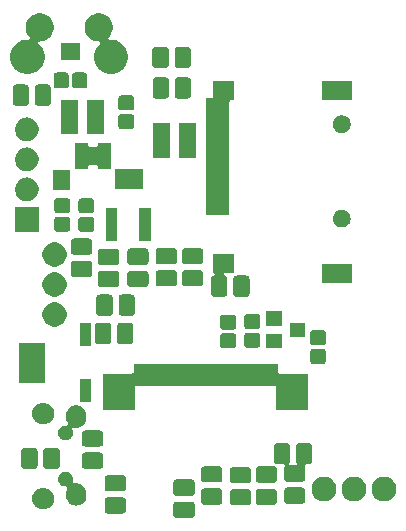
<source format=gbr>
G04 #@! TF.GenerationSoftware,KiCad,Pcbnew,(5.0.1)-rc2*
G04 #@! TF.CreationDate,2019-03-09T02:30:10-07:00*
G04 #@! TF.ProjectId,GPSLogger,4750534C6F676765722E6B696361645F,rev?*
G04 #@! TF.SameCoordinates,Original*
G04 #@! TF.FileFunction,Soldermask,Bot*
G04 #@! TF.FilePolarity,Negative*
%FSLAX46Y46*%
G04 Gerber Fmt 4.6, Leading zero omitted, Abs format (unit mm)*
G04 Created by KiCad (PCBNEW (5.0.1)-rc2) date 3/9/2019 2:30:10 AM*
%MOMM*%
%LPD*%
G01*
G04 APERTURE LIST*
%ADD10C,0.100000*%
G04 APERTURE END LIST*
D10*
G36*
X209653497Y-64208497D02*
X209706153Y-64224470D01*
X209754665Y-64250400D01*
X209797196Y-64285304D01*
X209832100Y-64327835D01*
X209858030Y-64376347D01*
X209874003Y-64429003D01*
X209880000Y-64489890D01*
X209880000Y-65290110D01*
X209874003Y-65350997D01*
X209858030Y-65403653D01*
X209832100Y-65452165D01*
X209797196Y-65494696D01*
X209754665Y-65529600D01*
X209706153Y-65555530D01*
X209653497Y-65571503D01*
X209592610Y-65577500D01*
X208367390Y-65577500D01*
X208306503Y-65571503D01*
X208253847Y-65555530D01*
X208205335Y-65529600D01*
X208162804Y-65494696D01*
X208127900Y-65452165D01*
X208101970Y-65403653D01*
X208085997Y-65350997D01*
X208080000Y-65290110D01*
X208080000Y-64489890D01*
X208085997Y-64429003D01*
X208101970Y-64376347D01*
X208127900Y-64327835D01*
X208162804Y-64285304D01*
X208205335Y-64250400D01*
X208253847Y-64224470D01*
X208306503Y-64208497D01*
X208367390Y-64202500D01*
X209592610Y-64202500D01*
X209653497Y-64208497D01*
X209653497Y-64208497D01*
G37*
G36*
X203823497Y-63848497D02*
X203876153Y-63864470D01*
X203924665Y-63890400D01*
X203967196Y-63925304D01*
X204002100Y-63967835D01*
X204028030Y-64016347D01*
X204044003Y-64069003D01*
X204050000Y-64129890D01*
X204050000Y-64930110D01*
X204044003Y-64990997D01*
X204028030Y-65043653D01*
X204002100Y-65092165D01*
X203967196Y-65134696D01*
X203924665Y-65169600D01*
X203876153Y-65195530D01*
X203823497Y-65211503D01*
X203762610Y-65217500D01*
X202537390Y-65217500D01*
X202476503Y-65211503D01*
X202423847Y-65195530D01*
X202375335Y-65169600D01*
X202332804Y-65134696D01*
X202297900Y-65092165D01*
X202271970Y-65043653D01*
X202255997Y-64990997D01*
X202250000Y-64930110D01*
X202250000Y-64129890D01*
X202255997Y-64069003D01*
X202271970Y-64016347D01*
X202297900Y-63967835D01*
X202332804Y-63925304D01*
X202375335Y-63890400D01*
X202423847Y-63864470D01*
X202476503Y-63848497D01*
X202537390Y-63842500D01*
X203762610Y-63842500D01*
X203823497Y-63848497D01*
X203823497Y-63848497D01*
G37*
G36*
X197185811Y-63073632D02*
X197293730Y-63084261D01*
X197398348Y-63115997D01*
X197458669Y-63134295D01*
X197487736Y-63149832D01*
X197610676Y-63215544D01*
X197743912Y-63324888D01*
X197853256Y-63458124D01*
X197890954Y-63528653D01*
X197934505Y-63610131D01*
X197944951Y-63644568D01*
X197984539Y-63775070D01*
X198001433Y-63946600D01*
X197984539Y-64118130D01*
X197965919Y-64179510D01*
X197934505Y-64283069D01*
X197911116Y-64326827D01*
X197853256Y-64435076D01*
X197743912Y-64568312D01*
X197610676Y-64677656D01*
X197509337Y-64731822D01*
X197458669Y-64758905D01*
X197403689Y-64775583D01*
X197293730Y-64808939D01*
X197208029Y-64817380D01*
X197165180Y-64821600D01*
X196929220Y-64821600D01*
X196886371Y-64817380D01*
X196800670Y-64808939D01*
X196690711Y-64775583D01*
X196635731Y-64758905D01*
X196585063Y-64731822D01*
X196483724Y-64677656D01*
X196350488Y-64568312D01*
X196241144Y-64435076D01*
X196183284Y-64326827D01*
X196159895Y-64283069D01*
X196128481Y-64179510D01*
X196109861Y-64118130D01*
X196092967Y-63946600D01*
X196109861Y-63775070D01*
X196149449Y-63644568D01*
X196159895Y-63610131D01*
X196203446Y-63528653D01*
X196241144Y-63458124D01*
X196350488Y-63324888D01*
X196483724Y-63215544D01*
X196606664Y-63149832D01*
X196635731Y-63134295D01*
X196696052Y-63115997D01*
X196800670Y-63084261D01*
X196908589Y-63073632D01*
X196929220Y-63071600D01*
X197165180Y-63071600D01*
X197185811Y-63073632D01*
X197185811Y-63073632D01*
G37*
G36*
X199129503Y-61695618D02*
X199129505Y-61695619D01*
X199129506Y-61695619D01*
X199243248Y-61742732D01*
X199243249Y-61742733D01*
X199345617Y-61811133D01*
X199432667Y-61898183D01*
X199432669Y-61898186D01*
X199501068Y-62000552D01*
X199529081Y-62068182D01*
X199548182Y-62114297D01*
X199572200Y-62235041D01*
X199572200Y-62358159D01*
X199550391Y-62467800D01*
X199548181Y-62478906D01*
X199546180Y-62483737D01*
X199542525Y-62492562D01*
X199535413Y-62516011D01*
X199533011Y-62540397D01*
X199535413Y-62564784D01*
X199542527Y-62588233D01*
X199554078Y-62609844D01*
X199569624Y-62628785D01*
X199588566Y-62644331D01*
X199610177Y-62655882D01*
X199633626Y-62662994D01*
X199670263Y-62664794D01*
X199675669Y-62664262D01*
X199675671Y-62664261D01*
X199847200Y-62647367D01*
X200018730Y-62664261D01*
X200120108Y-62695014D01*
X200183669Y-62714295D01*
X200234337Y-62741378D01*
X200335676Y-62795544D01*
X200468912Y-62904888D01*
X200578256Y-63038124D01*
X200614281Y-63105524D01*
X200659505Y-63190131D01*
X200676050Y-63244673D01*
X200709539Y-63355071D01*
X200722200Y-63483622D01*
X200722200Y-63719579D01*
X200709539Y-63848130D01*
X200709243Y-63849105D01*
X200659505Y-64013069D01*
X200641395Y-64046950D01*
X200578256Y-64165076D01*
X200468912Y-64298312D01*
X200335675Y-64407656D01*
X200335673Y-64407657D01*
X200335672Y-64407658D01*
X200183671Y-64488904D01*
X200140750Y-64501924D01*
X200018729Y-64538939D01*
X199847200Y-64555833D01*
X199675670Y-64538939D01*
X199561264Y-64504234D01*
X199510731Y-64488905D01*
X199444370Y-64453434D01*
X199358724Y-64407656D01*
X199225488Y-64298312D01*
X199116144Y-64165075D01*
X199116142Y-64165072D01*
X199034896Y-64013071D01*
X198991091Y-63868666D01*
X198984861Y-63848129D01*
X198972200Y-63719578D01*
X198972200Y-63483621D01*
X198984861Y-63355070D01*
X199034895Y-63190132D01*
X199034896Y-63190129D01*
X199080118Y-63105524D01*
X199089496Y-63082885D01*
X199094276Y-63058852D01*
X199094276Y-63034348D01*
X199089496Y-63010314D01*
X199080118Y-62987675D01*
X199066504Y-62967301D01*
X199049177Y-62949974D01*
X199028802Y-62936360D01*
X199006163Y-62926982D01*
X198969878Y-62921600D01*
X198885641Y-62921600D01*
X198764897Y-62897582D01*
X198764895Y-62897581D01*
X198764894Y-62897581D01*
X198651152Y-62850468D01*
X198548786Y-62782069D01*
X198548783Y-62782067D01*
X198461733Y-62695017D01*
X198441539Y-62664794D01*
X198393332Y-62592648D01*
X198346219Y-62478906D01*
X198344010Y-62467800D01*
X198322200Y-62358159D01*
X198322200Y-62235041D01*
X198346218Y-62114297D01*
X198365319Y-62068182D01*
X198393332Y-62000552D01*
X198461731Y-61898186D01*
X198461733Y-61898183D01*
X198548783Y-61811133D01*
X198651151Y-61742733D01*
X198651152Y-61742732D01*
X198764894Y-61695619D01*
X198764895Y-61695619D01*
X198764897Y-61695618D01*
X198885641Y-61671600D01*
X199008759Y-61671600D01*
X199129503Y-61695618D01*
X199129503Y-61695618D01*
G37*
G36*
X214414497Y-63161397D02*
X214467153Y-63177370D01*
X214515665Y-63203300D01*
X214558196Y-63238204D01*
X214593100Y-63280735D01*
X214619030Y-63329247D01*
X214635003Y-63381903D01*
X214641000Y-63442790D01*
X214641000Y-64243010D01*
X214635003Y-64303897D01*
X214619030Y-64356553D01*
X214593100Y-64405065D01*
X214558196Y-64447596D01*
X214515665Y-64482500D01*
X214467153Y-64508430D01*
X214414497Y-64524403D01*
X214353610Y-64530400D01*
X213128390Y-64530400D01*
X213067503Y-64524403D01*
X213014847Y-64508430D01*
X212966335Y-64482500D01*
X212923804Y-64447596D01*
X212888900Y-64405065D01*
X212862970Y-64356553D01*
X212846997Y-64303897D01*
X212841000Y-64243010D01*
X212841000Y-63442790D01*
X212846997Y-63381903D01*
X212862970Y-63329247D01*
X212888900Y-63280735D01*
X212923804Y-63238204D01*
X212966335Y-63203300D01*
X213014847Y-63177370D01*
X213067503Y-63161397D01*
X213128390Y-63155400D01*
X214353610Y-63155400D01*
X214414497Y-63161397D01*
X214414497Y-63161397D01*
G37*
G36*
X216624297Y-63110597D02*
X216676953Y-63126570D01*
X216725465Y-63152500D01*
X216767996Y-63187404D01*
X216802900Y-63229935D01*
X216828830Y-63278447D01*
X216844803Y-63331103D01*
X216850800Y-63391990D01*
X216850800Y-64192210D01*
X216844803Y-64253097D01*
X216828830Y-64305753D01*
X216802900Y-64354265D01*
X216767996Y-64396796D01*
X216725465Y-64431700D01*
X216676953Y-64457630D01*
X216624297Y-64473603D01*
X216563410Y-64479600D01*
X215338190Y-64479600D01*
X215277303Y-64473603D01*
X215224647Y-64457630D01*
X215176135Y-64431700D01*
X215133604Y-64396796D01*
X215098700Y-64354265D01*
X215072770Y-64305753D01*
X215056797Y-64253097D01*
X215050800Y-64192210D01*
X215050800Y-63391990D01*
X215056797Y-63331103D01*
X215072770Y-63278447D01*
X215098700Y-63229935D01*
X215133604Y-63187404D01*
X215176135Y-63152500D01*
X215224647Y-63126570D01*
X215277303Y-63110597D01*
X215338190Y-63104600D01*
X216563410Y-63104600D01*
X216624297Y-63110597D01*
X216624297Y-63110597D01*
G37*
G36*
X211988797Y-63097897D02*
X212041453Y-63113870D01*
X212089965Y-63139800D01*
X212132496Y-63174704D01*
X212167400Y-63217235D01*
X212193330Y-63265747D01*
X212209303Y-63318403D01*
X212215300Y-63379290D01*
X212215300Y-64179510D01*
X212209303Y-64240397D01*
X212193330Y-64293053D01*
X212167400Y-64341565D01*
X212132496Y-64384096D01*
X212089965Y-64419000D01*
X212041453Y-64444930D01*
X211988797Y-64460903D01*
X211927910Y-64466900D01*
X210702690Y-64466900D01*
X210641803Y-64460903D01*
X210589147Y-64444930D01*
X210540635Y-64419000D01*
X210498104Y-64384096D01*
X210463200Y-64341565D01*
X210437270Y-64293053D01*
X210421297Y-64240397D01*
X210415300Y-64179510D01*
X210415300Y-63379290D01*
X210421297Y-63318403D01*
X210437270Y-63265747D01*
X210463200Y-63217235D01*
X210498104Y-63174704D01*
X210540635Y-63139800D01*
X210589147Y-63113870D01*
X210641803Y-63097897D01*
X210702690Y-63091900D01*
X211927910Y-63091900D01*
X211988797Y-63097897D01*
X211988797Y-63097897D01*
G37*
G36*
X219024597Y-63021697D02*
X219077253Y-63037670D01*
X219125765Y-63063600D01*
X219168296Y-63098504D01*
X219203200Y-63141035D01*
X219229130Y-63189547D01*
X219245103Y-63242203D01*
X219251100Y-63303090D01*
X219251100Y-64103310D01*
X219245103Y-64164197D01*
X219229130Y-64216853D01*
X219203200Y-64265365D01*
X219168296Y-64307896D01*
X219125765Y-64342800D01*
X219077253Y-64368730D01*
X219024597Y-64384703D01*
X218963710Y-64390700D01*
X217738490Y-64390700D01*
X217677603Y-64384703D01*
X217624947Y-64368730D01*
X217576435Y-64342800D01*
X217533904Y-64307896D01*
X217499000Y-64265365D01*
X217473070Y-64216853D01*
X217457097Y-64164197D01*
X217451100Y-64103310D01*
X217451100Y-63303090D01*
X217457097Y-63242203D01*
X217473070Y-63189547D01*
X217499000Y-63141035D01*
X217533904Y-63098504D01*
X217576435Y-63063600D01*
X217624947Y-63037670D01*
X217677603Y-63021697D01*
X217738490Y-63015700D01*
X218963710Y-63015700D01*
X219024597Y-63021697D01*
X219024597Y-63021697D01*
G37*
G36*
X221131365Y-62143020D02*
X221320889Y-62221523D01*
X221491455Y-62335492D01*
X221636508Y-62480545D01*
X221750477Y-62651111D01*
X221828980Y-62840635D01*
X221869000Y-63041830D01*
X221869000Y-63246970D01*
X221828980Y-63448165D01*
X221750477Y-63637689D01*
X221636508Y-63808255D01*
X221491455Y-63953308D01*
X221320889Y-64067277D01*
X221131365Y-64145780D01*
X220930170Y-64185800D01*
X220725030Y-64185800D01*
X220523835Y-64145780D01*
X220334311Y-64067277D01*
X220163745Y-63953308D01*
X220018692Y-63808255D01*
X219904723Y-63637689D01*
X219826220Y-63448165D01*
X219786200Y-63246970D01*
X219786200Y-63041830D01*
X219826220Y-62840635D01*
X219904723Y-62651111D01*
X220018692Y-62480545D01*
X220163745Y-62335492D01*
X220334311Y-62221523D01*
X220523835Y-62143020D01*
X220725030Y-62103000D01*
X220930170Y-62103000D01*
X221131365Y-62143020D01*
X221131365Y-62143020D01*
G37*
G36*
X223671365Y-62143020D02*
X223860889Y-62221523D01*
X224031455Y-62335492D01*
X224176508Y-62480545D01*
X224290477Y-62651111D01*
X224368980Y-62840635D01*
X224409000Y-63041830D01*
X224409000Y-63246970D01*
X224368980Y-63448165D01*
X224290477Y-63637689D01*
X224176508Y-63808255D01*
X224031455Y-63953308D01*
X223860889Y-64067277D01*
X223671365Y-64145780D01*
X223470170Y-64185800D01*
X223265030Y-64185800D01*
X223063835Y-64145780D01*
X222874311Y-64067277D01*
X222703745Y-63953308D01*
X222558692Y-63808255D01*
X222444723Y-63637689D01*
X222366220Y-63448165D01*
X222326200Y-63246970D01*
X222326200Y-63041830D01*
X222366220Y-62840635D01*
X222444723Y-62651111D01*
X222558692Y-62480545D01*
X222703745Y-62335492D01*
X222874311Y-62221523D01*
X223063835Y-62143020D01*
X223265030Y-62103000D01*
X223470170Y-62103000D01*
X223671365Y-62143020D01*
X223671365Y-62143020D01*
G37*
G36*
X226211365Y-62143020D02*
X226400889Y-62221523D01*
X226571455Y-62335492D01*
X226716508Y-62480545D01*
X226830477Y-62651111D01*
X226908980Y-62840635D01*
X226949000Y-63041830D01*
X226949000Y-63246970D01*
X226908980Y-63448165D01*
X226830477Y-63637689D01*
X226716508Y-63808255D01*
X226571455Y-63953308D01*
X226400889Y-64067277D01*
X226211365Y-64145780D01*
X226010170Y-64185800D01*
X225805030Y-64185800D01*
X225603835Y-64145780D01*
X225414311Y-64067277D01*
X225243745Y-63953308D01*
X225098692Y-63808255D01*
X224984723Y-63637689D01*
X224906220Y-63448165D01*
X224866200Y-63246970D01*
X224866200Y-63041830D01*
X224906220Y-62840635D01*
X224984723Y-62651111D01*
X225098692Y-62480545D01*
X225243745Y-62335492D01*
X225414311Y-62221523D01*
X225603835Y-62143020D01*
X225805030Y-62103000D01*
X226010170Y-62103000D01*
X226211365Y-62143020D01*
X226211365Y-62143020D01*
G37*
G36*
X209653497Y-62333497D02*
X209706153Y-62349470D01*
X209754665Y-62375400D01*
X209797196Y-62410304D01*
X209832100Y-62452835D01*
X209858030Y-62501347D01*
X209874003Y-62554003D01*
X209880000Y-62614890D01*
X209880000Y-63415110D01*
X209874003Y-63475997D01*
X209858030Y-63528653D01*
X209832100Y-63577165D01*
X209797196Y-63619696D01*
X209754665Y-63654600D01*
X209706153Y-63680530D01*
X209653497Y-63696503D01*
X209592610Y-63702500D01*
X208367390Y-63702500D01*
X208306503Y-63696503D01*
X208253847Y-63680530D01*
X208205335Y-63654600D01*
X208162804Y-63619696D01*
X208127900Y-63577165D01*
X208101970Y-63528653D01*
X208085997Y-63475997D01*
X208080000Y-63415110D01*
X208080000Y-62614890D01*
X208085997Y-62554003D01*
X208101970Y-62501347D01*
X208127900Y-62452835D01*
X208162804Y-62410304D01*
X208205335Y-62375400D01*
X208253847Y-62349470D01*
X208306503Y-62333497D01*
X208367390Y-62327500D01*
X209592610Y-62327500D01*
X209653497Y-62333497D01*
X209653497Y-62333497D01*
G37*
G36*
X203823497Y-61973497D02*
X203876153Y-61989470D01*
X203924665Y-62015400D01*
X203967196Y-62050304D01*
X204002100Y-62092835D01*
X204028030Y-62141347D01*
X204044003Y-62194003D01*
X204050000Y-62254890D01*
X204050000Y-63055110D01*
X204044003Y-63115997D01*
X204028030Y-63168653D01*
X204002100Y-63217165D01*
X203967196Y-63259696D01*
X203924665Y-63294600D01*
X203876153Y-63320530D01*
X203823497Y-63336503D01*
X203762610Y-63342500D01*
X202537390Y-63342500D01*
X202476503Y-63336503D01*
X202423847Y-63320530D01*
X202375335Y-63294600D01*
X202332804Y-63259696D01*
X202297900Y-63217165D01*
X202271970Y-63168653D01*
X202255997Y-63115997D01*
X202250000Y-63055110D01*
X202250000Y-62254890D01*
X202255997Y-62194003D01*
X202271970Y-62141347D01*
X202297900Y-62092835D01*
X202332804Y-62050304D01*
X202375335Y-62015400D01*
X202423847Y-61989470D01*
X202476503Y-61973497D01*
X202537390Y-61967500D01*
X203762610Y-61967500D01*
X203823497Y-61973497D01*
X203823497Y-61973497D01*
G37*
G36*
X214414497Y-61286397D02*
X214467153Y-61302370D01*
X214515665Y-61328300D01*
X214558196Y-61363204D01*
X214593100Y-61405735D01*
X214619030Y-61454247D01*
X214635003Y-61506903D01*
X214641000Y-61567790D01*
X214641000Y-62368010D01*
X214635003Y-62428897D01*
X214619030Y-62481553D01*
X214593100Y-62530065D01*
X214558196Y-62572596D01*
X214515665Y-62607500D01*
X214467153Y-62633430D01*
X214414497Y-62649403D01*
X214353610Y-62655400D01*
X213128390Y-62655400D01*
X213067503Y-62649403D01*
X213014847Y-62633430D01*
X212966335Y-62607500D01*
X212923804Y-62572596D01*
X212888900Y-62530065D01*
X212862970Y-62481553D01*
X212846997Y-62428897D01*
X212841000Y-62368010D01*
X212841000Y-61567790D01*
X212846997Y-61506903D01*
X212862970Y-61454247D01*
X212888900Y-61405735D01*
X212923804Y-61363204D01*
X212966335Y-61328300D01*
X213014847Y-61302370D01*
X213067503Y-61286397D01*
X213128390Y-61280400D01*
X214353610Y-61280400D01*
X214414497Y-61286397D01*
X214414497Y-61286397D01*
G37*
G36*
X216691512Y-61237325D02*
X216705125Y-61257700D01*
X216722452Y-61275027D01*
X216767996Y-61312404D01*
X216802900Y-61354935D01*
X216828830Y-61403447D01*
X216844803Y-61456103D01*
X216850800Y-61516990D01*
X216850800Y-62317210D01*
X216844803Y-62378097D01*
X216828830Y-62430753D01*
X216802900Y-62479265D01*
X216767996Y-62521796D01*
X216725465Y-62556700D01*
X216676953Y-62582630D01*
X216624297Y-62598603D01*
X216563410Y-62604600D01*
X215338190Y-62604600D01*
X215277303Y-62598603D01*
X215224647Y-62582630D01*
X215176135Y-62556700D01*
X215133604Y-62521796D01*
X215098700Y-62479265D01*
X215072770Y-62430753D01*
X215056797Y-62378097D01*
X215050800Y-62317210D01*
X215050800Y-61516990D01*
X215056797Y-61456103D01*
X215072770Y-61403447D01*
X215098700Y-61354935D01*
X215133604Y-61312404D01*
X215176135Y-61277500D01*
X215224647Y-61251570D01*
X215277303Y-61235597D01*
X215338190Y-61229600D01*
X216563409Y-61229600D01*
X216624295Y-61235597D01*
X216648800Y-61235597D01*
X216672833Y-61230817D01*
X216686475Y-61225166D01*
X216691512Y-61237325D01*
X216691512Y-61237325D01*
G37*
G36*
X211988797Y-61222897D02*
X212041453Y-61238870D01*
X212089965Y-61264800D01*
X212132496Y-61299704D01*
X212167400Y-61342235D01*
X212193330Y-61390747D01*
X212209303Y-61443403D01*
X212215300Y-61504290D01*
X212215300Y-62304510D01*
X212209303Y-62365397D01*
X212193330Y-62418053D01*
X212167400Y-62466565D01*
X212132496Y-62509096D01*
X212089965Y-62544000D01*
X212041453Y-62569930D01*
X211988797Y-62585903D01*
X211927910Y-62591900D01*
X210702690Y-62591900D01*
X210641803Y-62585903D01*
X210589147Y-62569930D01*
X210540635Y-62544000D01*
X210498104Y-62509096D01*
X210463200Y-62466565D01*
X210437270Y-62418053D01*
X210421297Y-62365397D01*
X210415300Y-62304510D01*
X210415300Y-61504290D01*
X210421297Y-61443403D01*
X210437270Y-61390747D01*
X210463200Y-61342235D01*
X210498104Y-61299704D01*
X210540635Y-61264800D01*
X210589147Y-61238870D01*
X210641803Y-61222897D01*
X210702690Y-61216900D01*
X211927910Y-61216900D01*
X211988797Y-61222897D01*
X211988797Y-61222897D01*
G37*
G36*
X217735997Y-59265997D02*
X217788653Y-59281970D01*
X217837165Y-59307900D01*
X217879696Y-59342804D01*
X217914600Y-59385335D01*
X217940530Y-59433847D01*
X217956503Y-59486503D01*
X217962500Y-59547390D01*
X217962500Y-60772610D01*
X217956503Y-60833497D01*
X217940530Y-60886153D01*
X217914601Y-60934664D01*
X217913177Y-60936399D01*
X217899563Y-60956773D01*
X217890185Y-60979412D01*
X217885404Y-61003445D01*
X217885404Y-61027950D01*
X217890184Y-61051983D01*
X217899561Y-61074622D01*
X217913174Y-61094997D01*
X217930501Y-61112325D01*
X217950875Y-61125939D01*
X217973514Y-61135317D01*
X217997547Y-61140098D01*
X218009802Y-61140700D01*
X218415198Y-61140700D01*
X218439584Y-61138298D01*
X218463033Y-61131185D01*
X218484644Y-61119634D01*
X218503586Y-61104088D01*
X218519132Y-61085146D01*
X218530683Y-61063535D01*
X218537796Y-61040086D01*
X218540198Y-61015700D01*
X218537796Y-60991314D01*
X218530683Y-60967865D01*
X218519132Y-60946254D01*
X218511823Y-60936399D01*
X218510399Y-60934664D01*
X218484470Y-60886153D01*
X218468497Y-60833497D01*
X218462500Y-60772610D01*
X218462500Y-59547390D01*
X218468497Y-59486503D01*
X218484470Y-59433847D01*
X218510400Y-59385335D01*
X218545304Y-59342804D01*
X218587835Y-59307900D01*
X218636347Y-59281970D01*
X218689003Y-59265997D01*
X218749890Y-59260000D01*
X219550110Y-59260000D01*
X219610997Y-59265997D01*
X219663653Y-59281970D01*
X219712165Y-59307900D01*
X219754696Y-59342804D01*
X219789600Y-59385335D01*
X219815530Y-59433847D01*
X219831503Y-59486503D01*
X219837500Y-59547390D01*
X219837500Y-60772610D01*
X219831503Y-60833497D01*
X219815530Y-60886153D01*
X219789600Y-60934665D01*
X219754696Y-60977196D01*
X219712165Y-61012100D01*
X219663653Y-61038030D01*
X219610997Y-61054003D01*
X219550110Y-61060000D01*
X219298402Y-61060000D01*
X219274016Y-61062402D01*
X219250567Y-61069515D01*
X219228956Y-61081066D01*
X219210014Y-61096612D01*
X219194468Y-61115554D01*
X219182917Y-61137165D01*
X219175804Y-61160614D01*
X219173402Y-61185000D01*
X219175804Y-61209386D01*
X219182917Y-61232835D01*
X219194468Y-61254446D01*
X219201777Y-61264301D01*
X219203201Y-61266036D01*
X219229130Y-61314547D01*
X219245103Y-61367203D01*
X219251100Y-61428090D01*
X219251100Y-62228310D01*
X219245103Y-62289197D01*
X219229130Y-62341853D01*
X219203200Y-62390365D01*
X219168296Y-62432896D01*
X219125765Y-62467800D01*
X219077253Y-62493730D01*
X219024597Y-62509703D01*
X218963710Y-62515700D01*
X217738490Y-62515700D01*
X217677603Y-62509703D01*
X217624947Y-62493730D01*
X217576435Y-62467800D01*
X217533904Y-62432896D01*
X217499000Y-62390365D01*
X217473070Y-62341853D01*
X217457097Y-62289197D01*
X217451100Y-62228310D01*
X217451100Y-61428090D01*
X217457097Y-61367203D01*
X217473070Y-61314547D01*
X217498999Y-61266036D01*
X217500423Y-61264301D01*
X217514037Y-61243927D01*
X217523415Y-61221288D01*
X217528196Y-61197255D01*
X217528196Y-61172750D01*
X217523416Y-61148717D01*
X217514039Y-61126078D01*
X217500426Y-61105703D01*
X217483099Y-61088375D01*
X217462725Y-61074761D01*
X217440086Y-61065383D01*
X217416053Y-61060602D01*
X217403798Y-61060000D01*
X216874891Y-61060000D01*
X216814005Y-61054003D01*
X216789500Y-61054003D01*
X216765467Y-61058783D01*
X216751825Y-61064434D01*
X216746788Y-61052275D01*
X216733175Y-61031900D01*
X216715848Y-61014573D01*
X216670304Y-60977196D01*
X216635400Y-60934665D01*
X216609470Y-60886153D01*
X216593497Y-60833497D01*
X216587500Y-60772610D01*
X216587500Y-59547390D01*
X216593497Y-59486503D01*
X216609470Y-59433847D01*
X216635400Y-59385335D01*
X216670304Y-59342804D01*
X216712835Y-59307900D01*
X216761347Y-59281970D01*
X216814003Y-59265997D01*
X216874890Y-59260000D01*
X217675110Y-59260000D01*
X217735997Y-59265997D01*
X217735997Y-59265997D01*
G37*
G36*
X196350397Y-59659597D02*
X196403053Y-59675570D01*
X196451565Y-59701500D01*
X196494096Y-59736404D01*
X196529000Y-59778935D01*
X196554930Y-59827447D01*
X196570903Y-59880103D01*
X196576900Y-59940990D01*
X196576900Y-61166210D01*
X196570903Y-61227097D01*
X196554930Y-61279753D01*
X196529000Y-61328265D01*
X196494096Y-61370796D01*
X196451565Y-61405700D01*
X196403053Y-61431630D01*
X196350397Y-61447603D01*
X196289510Y-61453600D01*
X195489290Y-61453600D01*
X195428403Y-61447603D01*
X195375747Y-61431630D01*
X195327235Y-61405700D01*
X195284704Y-61370796D01*
X195249800Y-61328265D01*
X195223870Y-61279753D01*
X195207897Y-61227097D01*
X195201900Y-61166210D01*
X195201900Y-59940990D01*
X195207897Y-59880103D01*
X195223870Y-59827447D01*
X195249800Y-59778935D01*
X195284704Y-59736404D01*
X195327235Y-59701500D01*
X195375747Y-59675570D01*
X195428403Y-59659597D01*
X195489290Y-59653600D01*
X196289510Y-59653600D01*
X196350397Y-59659597D01*
X196350397Y-59659597D01*
G37*
G36*
X198225397Y-59659597D02*
X198278053Y-59675570D01*
X198326565Y-59701500D01*
X198369096Y-59736404D01*
X198404000Y-59778935D01*
X198429930Y-59827447D01*
X198445903Y-59880103D01*
X198451900Y-59940990D01*
X198451900Y-61166210D01*
X198445903Y-61227097D01*
X198429930Y-61279753D01*
X198404000Y-61328265D01*
X198369096Y-61370796D01*
X198326565Y-61405700D01*
X198278053Y-61431630D01*
X198225397Y-61447603D01*
X198164510Y-61453600D01*
X197364290Y-61453600D01*
X197303403Y-61447603D01*
X197250747Y-61431630D01*
X197202235Y-61405700D01*
X197159704Y-61370796D01*
X197124800Y-61328265D01*
X197098870Y-61279753D01*
X197082897Y-61227097D01*
X197076900Y-61166210D01*
X197076900Y-59940990D01*
X197082897Y-59880103D01*
X197098870Y-59827447D01*
X197124800Y-59778935D01*
X197159704Y-59736404D01*
X197202235Y-59701500D01*
X197250747Y-59675570D01*
X197303403Y-59659597D01*
X197364290Y-59653600D01*
X198164510Y-59653600D01*
X198225397Y-59659597D01*
X198225397Y-59659597D01*
G37*
G36*
X201903497Y-60053497D02*
X201956153Y-60069470D01*
X202004665Y-60095400D01*
X202047196Y-60130304D01*
X202082100Y-60172835D01*
X202108030Y-60221347D01*
X202124003Y-60274003D01*
X202130000Y-60334890D01*
X202130000Y-61135110D01*
X202124003Y-61195997D01*
X202108030Y-61248653D01*
X202082100Y-61297165D01*
X202047196Y-61339696D01*
X202004665Y-61374600D01*
X201956153Y-61400530D01*
X201903497Y-61416503D01*
X201842610Y-61422500D01*
X200617390Y-61422500D01*
X200556503Y-61416503D01*
X200503847Y-61400530D01*
X200455335Y-61374600D01*
X200412804Y-61339696D01*
X200377900Y-61297165D01*
X200351970Y-61248653D01*
X200335997Y-61195997D01*
X200330000Y-61135110D01*
X200330000Y-60334890D01*
X200335997Y-60274003D01*
X200351970Y-60221347D01*
X200377900Y-60172835D01*
X200412804Y-60130304D01*
X200455335Y-60095400D01*
X200503847Y-60069470D01*
X200556503Y-60053497D01*
X200617390Y-60047500D01*
X201842610Y-60047500D01*
X201903497Y-60053497D01*
X201903497Y-60053497D01*
G37*
G36*
X201903497Y-58178497D02*
X201956153Y-58194470D01*
X202004665Y-58220400D01*
X202047196Y-58255304D01*
X202082100Y-58297835D01*
X202108030Y-58346347D01*
X202124003Y-58399003D01*
X202130000Y-58459890D01*
X202130000Y-59260110D01*
X202124003Y-59320997D01*
X202108030Y-59373653D01*
X202082100Y-59422165D01*
X202047196Y-59464696D01*
X202004665Y-59499600D01*
X201956153Y-59525530D01*
X201903497Y-59541503D01*
X201842610Y-59547500D01*
X200617390Y-59547500D01*
X200556503Y-59541503D01*
X200503847Y-59525530D01*
X200455335Y-59499600D01*
X200412804Y-59464696D01*
X200377900Y-59422165D01*
X200351970Y-59373653D01*
X200335997Y-59320997D01*
X200330000Y-59260110D01*
X200330000Y-58459890D01*
X200335997Y-58399003D01*
X200351970Y-58346347D01*
X200377900Y-58297835D01*
X200412804Y-58255304D01*
X200455335Y-58220400D01*
X200503847Y-58194470D01*
X200556503Y-58178497D01*
X200617390Y-58172500D01*
X201842610Y-58172500D01*
X201903497Y-58178497D01*
X201903497Y-58178497D01*
G37*
G36*
X200018730Y-56064261D02*
X200128689Y-56097617D01*
X200183669Y-56114295D01*
X200234337Y-56141378D01*
X200335676Y-56195544D01*
X200468912Y-56304888D01*
X200578256Y-56438124D01*
X200618881Y-56514129D01*
X200659505Y-56590131D01*
X200684522Y-56672602D01*
X200709539Y-56755071D01*
X200722200Y-56883622D01*
X200722200Y-57119579D01*
X200709539Y-57248130D01*
X200676183Y-57358089D01*
X200659505Y-57413069D01*
X200632422Y-57463737D01*
X200578256Y-57565076D01*
X200468912Y-57698312D01*
X200335675Y-57807656D01*
X200335673Y-57807657D01*
X200335672Y-57807658D01*
X200183671Y-57888904D01*
X200140750Y-57901924D01*
X200018729Y-57938939D01*
X199847200Y-57955833D01*
X199675670Y-57938939D01*
X199652315Y-57931854D01*
X199628290Y-57927076D01*
X199603786Y-57927076D01*
X199579753Y-57931856D01*
X199557114Y-57941234D01*
X199536739Y-57954848D01*
X199519412Y-57972175D01*
X199505798Y-57992549D01*
X199496420Y-58015188D01*
X199491640Y-58039222D01*
X199491640Y-58063726D01*
X199496420Y-58087759D01*
X199500553Y-58099310D01*
X199501067Y-58100550D01*
X199501068Y-58100552D01*
X199548181Y-58214294D01*
X199548182Y-58214297D01*
X199572200Y-58335041D01*
X199572200Y-58458159D01*
X199560645Y-58516250D01*
X199548181Y-58578906D01*
X199501068Y-58692648D01*
X199501067Y-58692649D01*
X199432667Y-58795017D01*
X199345617Y-58882067D01*
X199345614Y-58882069D01*
X199243248Y-58950468D01*
X199129506Y-58997581D01*
X199129505Y-58997581D01*
X199129503Y-58997582D01*
X199008759Y-59021600D01*
X198885641Y-59021600D01*
X198764897Y-58997582D01*
X198764895Y-58997581D01*
X198764894Y-58997581D01*
X198651152Y-58950468D01*
X198548786Y-58882069D01*
X198548783Y-58882067D01*
X198461733Y-58795017D01*
X198393333Y-58692649D01*
X198393332Y-58692648D01*
X198346219Y-58578906D01*
X198333756Y-58516250D01*
X198322200Y-58458159D01*
X198322200Y-58335041D01*
X198346218Y-58214297D01*
X198346219Y-58214294D01*
X198393332Y-58100552D01*
X198461731Y-57998186D01*
X198461733Y-57998183D01*
X198548783Y-57911133D01*
X198550165Y-57910209D01*
X198651152Y-57842732D01*
X198764894Y-57795619D01*
X198764895Y-57795619D01*
X198764897Y-57795618D01*
X198885641Y-57771600D01*
X199020891Y-57771600D01*
X199021560Y-57771665D01*
X199045943Y-57769232D01*
X199069383Y-57762088D01*
X199090979Y-57750509D01*
X199109901Y-57734939D01*
X199125421Y-57715977D01*
X199136945Y-57694351D01*
X199144028Y-57670893D01*
X199146398Y-57646503D01*
X199143965Y-57622120D01*
X199136821Y-57598680D01*
X199118023Y-57567365D01*
X199116144Y-57565076D01*
X199034896Y-57413071D01*
X199021319Y-57368312D01*
X198984861Y-57248129D01*
X198972200Y-57119578D01*
X198972200Y-56883621D01*
X198984861Y-56755070D01*
X199018217Y-56645111D01*
X199034895Y-56590131D01*
X199061978Y-56539463D01*
X199116144Y-56438124D01*
X199225488Y-56304888D01*
X199358725Y-56195544D01*
X199460064Y-56141378D01*
X199510732Y-56114295D01*
X199565712Y-56097617D01*
X199675671Y-56064261D01*
X199847200Y-56047367D01*
X200018730Y-56064261D01*
X200018730Y-56064261D01*
G37*
G36*
X197208029Y-55875820D02*
X197293730Y-55884261D01*
X197403689Y-55917617D01*
X197458669Y-55934295D01*
X197509337Y-55961378D01*
X197610676Y-56015544D01*
X197743912Y-56124888D01*
X197853256Y-56258124D01*
X197878252Y-56304889D01*
X197934505Y-56410131D01*
X197942997Y-56438126D01*
X197984539Y-56575070D01*
X198001433Y-56746600D01*
X197984539Y-56918130D01*
X197951183Y-57028089D01*
X197934505Y-57083069D01*
X197914990Y-57119578D01*
X197853256Y-57235076D01*
X197743912Y-57368312D01*
X197610676Y-57477656D01*
X197509337Y-57531822D01*
X197458669Y-57558905D01*
X197403689Y-57575583D01*
X197293730Y-57608939D01*
X197208029Y-57617380D01*
X197165180Y-57621600D01*
X196929220Y-57621600D01*
X196886371Y-57617380D01*
X196800670Y-57608939D01*
X196690711Y-57575583D01*
X196635731Y-57558905D01*
X196585063Y-57531822D01*
X196483724Y-57477656D01*
X196350488Y-57368312D01*
X196241144Y-57235076D01*
X196179410Y-57119578D01*
X196159895Y-57083069D01*
X196143217Y-57028089D01*
X196109861Y-56918130D01*
X196092967Y-56746600D01*
X196109861Y-56575070D01*
X196151403Y-56438126D01*
X196159895Y-56410131D01*
X196216148Y-56304889D01*
X196241144Y-56258124D01*
X196350488Y-56124888D01*
X196483724Y-56015544D01*
X196585063Y-55961378D01*
X196635731Y-55934295D01*
X196690711Y-55917617D01*
X196800670Y-55884261D01*
X196886371Y-55875820D01*
X196929220Y-55871600D01*
X197165180Y-55871600D01*
X197208029Y-55875820D01*
X197208029Y-55875820D01*
G37*
G36*
X216910000Y-53240000D02*
X216912402Y-53264386D01*
X216919515Y-53287835D01*
X216931066Y-53309446D01*
X216946612Y-53328388D01*
X216965554Y-53343934D01*
X216987165Y-53355485D01*
X217010614Y-53362598D01*
X217035000Y-53365000D01*
X219510000Y-53365000D01*
X219510000Y-56415000D01*
X216810000Y-56415000D01*
X216810000Y-54515000D01*
X216807598Y-54490614D01*
X216800485Y-54467165D01*
X216788934Y-54445554D01*
X216773388Y-54426612D01*
X216754446Y-54411066D01*
X216732835Y-54399515D01*
X216709386Y-54392402D01*
X216685000Y-54390000D01*
X204935000Y-54390000D01*
X204910614Y-54392402D01*
X204887165Y-54399515D01*
X204865554Y-54411066D01*
X204846612Y-54426612D01*
X204831066Y-54445554D01*
X204819515Y-54467165D01*
X204812402Y-54490614D01*
X204810000Y-54515000D01*
X204810000Y-56415000D01*
X202110000Y-56415000D01*
X202110000Y-53365000D01*
X204585000Y-53365000D01*
X204609386Y-53362598D01*
X204632835Y-53355485D01*
X204654446Y-53343934D01*
X204673388Y-53328388D01*
X204688934Y-53309446D01*
X204700485Y-53287835D01*
X204707598Y-53264386D01*
X204710000Y-53240000D01*
X204710000Y-52590000D01*
X216910000Y-52590000D01*
X216910000Y-53240000D01*
X216910000Y-53240000D01*
G37*
G36*
X201134800Y-55770000D02*
X200134800Y-55770000D01*
X200134800Y-53846000D01*
X201134800Y-53846000D01*
X201134800Y-55770000D01*
X201134800Y-55770000D01*
G37*
G36*
X197234800Y-54208000D02*
X195034800Y-54208000D01*
X195034800Y-50808000D01*
X197234800Y-50808000D01*
X197234800Y-54208000D01*
X197234800Y-54208000D01*
G37*
G36*
X220793622Y-51268017D02*
X220841585Y-51282566D01*
X220885775Y-51306186D01*
X220924518Y-51337982D01*
X220956314Y-51376725D01*
X220979934Y-51420915D01*
X220994483Y-51468878D01*
X221000000Y-51524891D01*
X221000000Y-52275109D01*
X220994483Y-52331122D01*
X220979934Y-52379085D01*
X220956314Y-52423275D01*
X220924518Y-52462018D01*
X220885775Y-52493814D01*
X220841585Y-52517434D01*
X220793622Y-52531983D01*
X220737609Y-52537500D01*
X219912391Y-52537500D01*
X219856378Y-52531983D01*
X219808415Y-52517434D01*
X219764225Y-52493814D01*
X219725482Y-52462018D01*
X219693686Y-52423275D01*
X219670066Y-52379085D01*
X219655517Y-52331122D01*
X219650000Y-52275109D01*
X219650000Y-51524891D01*
X219655517Y-51468878D01*
X219670066Y-51420915D01*
X219693686Y-51376725D01*
X219725482Y-51337982D01*
X219764225Y-51306186D01*
X219808415Y-51282566D01*
X219856378Y-51268017D01*
X219912391Y-51262500D01*
X220737609Y-51262500D01*
X220793622Y-51268017D01*
X220793622Y-51268017D01*
G37*
G36*
X213178622Y-49953017D02*
X213226585Y-49967566D01*
X213270775Y-49991186D01*
X213309518Y-50022982D01*
X213341314Y-50061725D01*
X213364934Y-50105915D01*
X213379483Y-50153878D01*
X213385000Y-50209891D01*
X213385000Y-50960109D01*
X213379483Y-51016122D01*
X213364934Y-51064085D01*
X213341314Y-51108275D01*
X213309518Y-51147018D01*
X213270775Y-51178814D01*
X213226585Y-51202434D01*
X213178622Y-51216983D01*
X213122609Y-51222500D01*
X212297391Y-51222500D01*
X212241378Y-51216983D01*
X212193415Y-51202434D01*
X212149225Y-51178814D01*
X212110482Y-51147018D01*
X212078686Y-51108275D01*
X212055066Y-51064085D01*
X212040517Y-51016122D01*
X212035000Y-50960109D01*
X212035000Y-50209891D01*
X212040517Y-50153878D01*
X212055066Y-50105915D01*
X212078686Y-50061725D01*
X212110482Y-50022982D01*
X212149225Y-49991186D01*
X212193415Y-49967566D01*
X212241378Y-49953017D01*
X212297391Y-49947500D01*
X213122609Y-49947500D01*
X213178622Y-49953017D01*
X213178622Y-49953017D01*
G37*
G36*
X217250000Y-51200000D02*
X215950000Y-51200000D01*
X215950000Y-50000000D01*
X217250000Y-50000000D01*
X217250000Y-51200000D01*
X217250000Y-51200000D01*
G37*
G36*
X215228622Y-49903017D02*
X215276585Y-49917566D01*
X215320775Y-49941186D01*
X215359518Y-49972982D01*
X215391314Y-50011725D01*
X215414934Y-50055915D01*
X215429483Y-50103878D01*
X215435000Y-50159891D01*
X215435000Y-50910109D01*
X215429483Y-50966122D01*
X215414934Y-51014085D01*
X215391314Y-51058275D01*
X215359518Y-51097018D01*
X215320775Y-51128814D01*
X215276585Y-51152434D01*
X215228622Y-51166983D01*
X215172609Y-51172500D01*
X214347391Y-51172500D01*
X214291378Y-51166983D01*
X214243415Y-51152434D01*
X214199225Y-51128814D01*
X214160482Y-51097018D01*
X214128686Y-51058275D01*
X214105066Y-51014085D01*
X214090517Y-50966122D01*
X214085000Y-50910109D01*
X214085000Y-50159891D01*
X214090517Y-50103878D01*
X214105066Y-50055915D01*
X214128686Y-50011725D01*
X214160482Y-49972982D01*
X214199225Y-49941186D01*
X214243415Y-49917566D01*
X214291378Y-49903017D01*
X214347391Y-49897500D01*
X215172609Y-49897500D01*
X215228622Y-49903017D01*
X215228622Y-49903017D01*
G37*
G36*
X201134800Y-51020000D02*
X200134800Y-51020000D01*
X200134800Y-49096000D01*
X201134800Y-49096000D01*
X201134800Y-51020000D01*
X201134800Y-51020000D01*
G37*
G36*
X220793622Y-49693017D02*
X220841585Y-49707566D01*
X220885775Y-49731186D01*
X220924518Y-49762982D01*
X220956314Y-49801725D01*
X220979934Y-49845915D01*
X220994483Y-49893878D01*
X221000000Y-49949891D01*
X221000000Y-50700109D01*
X220994483Y-50756122D01*
X220979934Y-50804085D01*
X220956314Y-50848275D01*
X220924518Y-50887018D01*
X220885775Y-50918814D01*
X220841585Y-50942434D01*
X220793622Y-50956983D01*
X220737609Y-50962500D01*
X219912391Y-50962500D01*
X219856378Y-50956983D01*
X219808415Y-50942434D01*
X219764225Y-50918814D01*
X219725482Y-50887018D01*
X219693686Y-50848275D01*
X219670066Y-50804085D01*
X219655517Y-50756122D01*
X219650000Y-50700109D01*
X219650000Y-49949891D01*
X219655517Y-49893878D01*
X219670066Y-49845915D01*
X219693686Y-49801725D01*
X219725482Y-49762982D01*
X219764225Y-49731186D01*
X219808415Y-49707566D01*
X219856378Y-49693017D01*
X219912391Y-49687500D01*
X220737609Y-49687500D01*
X220793622Y-49693017D01*
X220793622Y-49693017D01*
G37*
G36*
X204456497Y-49080497D02*
X204509153Y-49096470D01*
X204557665Y-49122400D01*
X204600196Y-49157304D01*
X204635100Y-49199835D01*
X204661030Y-49248347D01*
X204677003Y-49301003D01*
X204683000Y-49361890D01*
X204683000Y-50587110D01*
X204677003Y-50647997D01*
X204661030Y-50700653D01*
X204635100Y-50749165D01*
X204600196Y-50791696D01*
X204557665Y-50826600D01*
X204509153Y-50852530D01*
X204456497Y-50868503D01*
X204395610Y-50874500D01*
X203595390Y-50874500D01*
X203534503Y-50868503D01*
X203481847Y-50852530D01*
X203433335Y-50826600D01*
X203390804Y-50791696D01*
X203355900Y-50749165D01*
X203329970Y-50700653D01*
X203313997Y-50647997D01*
X203308000Y-50587110D01*
X203308000Y-49361890D01*
X203313997Y-49301003D01*
X203329970Y-49248347D01*
X203355900Y-49199835D01*
X203390804Y-49157304D01*
X203433335Y-49122400D01*
X203481847Y-49096470D01*
X203534503Y-49080497D01*
X203595390Y-49074500D01*
X204395610Y-49074500D01*
X204456497Y-49080497D01*
X204456497Y-49080497D01*
G37*
G36*
X202581497Y-49080497D02*
X202634153Y-49096470D01*
X202682665Y-49122400D01*
X202725196Y-49157304D01*
X202760100Y-49199835D01*
X202786030Y-49248347D01*
X202802003Y-49301003D01*
X202808000Y-49361890D01*
X202808000Y-50587110D01*
X202802003Y-50647997D01*
X202786030Y-50700653D01*
X202760100Y-50749165D01*
X202725196Y-50791696D01*
X202682665Y-50826600D01*
X202634153Y-50852530D01*
X202581497Y-50868503D01*
X202520610Y-50874500D01*
X201720390Y-50874500D01*
X201659503Y-50868503D01*
X201606847Y-50852530D01*
X201558335Y-50826600D01*
X201515804Y-50791696D01*
X201480900Y-50749165D01*
X201454970Y-50700653D01*
X201438997Y-50647997D01*
X201433000Y-50587110D01*
X201433000Y-49361890D01*
X201438997Y-49301003D01*
X201454970Y-49248347D01*
X201480900Y-49199835D01*
X201515804Y-49157304D01*
X201558335Y-49122400D01*
X201606847Y-49096470D01*
X201659503Y-49080497D01*
X201720390Y-49074500D01*
X202520610Y-49074500D01*
X202581497Y-49080497D01*
X202581497Y-49080497D01*
G37*
G36*
X219250000Y-50250000D02*
X217950000Y-50250000D01*
X217950000Y-49050000D01*
X219250000Y-49050000D01*
X219250000Y-50250000D01*
X219250000Y-50250000D01*
G37*
G36*
X213178622Y-48378017D02*
X213226585Y-48392566D01*
X213270775Y-48416186D01*
X213309518Y-48447982D01*
X213341314Y-48486725D01*
X213364934Y-48530915D01*
X213379483Y-48578878D01*
X213385000Y-48634891D01*
X213385000Y-49385109D01*
X213379483Y-49441122D01*
X213364934Y-49489085D01*
X213341314Y-49533275D01*
X213309518Y-49572018D01*
X213270775Y-49603814D01*
X213226585Y-49627434D01*
X213178622Y-49641983D01*
X213122609Y-49647500D01*
X212297391Y-49647500D01*
X212241378Y-49641983D01*
X212193415Y-49627434D01*
X212149225Y-49603814D01*
X212110482Y-49572018D01*
X212078686Y-49533275D01*
X212055066Y-49489085D01*
X212040517Y-49441122D01*
X212035000Y-49385109D01*
X212035000Y-48634891D01*
X212040517Y-48578878D01*
X212055066Y-48530915D01*
X212078686Y-48486725D01*
X212110482Y-48447982D01*
X212149225Y-48416186D01*
X212193415Y-48392566D01*
X212241378Y-48378017D01*
X212297391Y-48372500D01*
X213122609Y-48372500D01*
X213178622Y-48378017D01*
X213178622Y-48378017D01*
G37*
G36*
X215228622Y-48328017D02*
X215276585Y-48342566D01*
X215320775Y-48366186D01*
X215359518Y-48397982D01*
X215391314Y-48436725D01*
X215414934Y-48480915D01*
X215429483Y-48528878D01*
X215435000Y-48584891D01*
X215435000Y-49335109D01*
X215429483Y-49391122D01*
X215414934Y-49439085D01*
X215391314Y-49483275D01*
X215359518Y-49522018D01*
X215320775Y-49553814D01*
X215276585Y-49577434D01*
X215228622Y-49591983D01*
X215172609Y-49597500D01*
X214347391Y-49597500D01*
X214291378Y-49591983D01*
X214243415Y-49577434D01*
X214199225Y-49553814D01*
X214160482Y-49522018D01*
X214128686Y-49483275D01*
X214105066Y-49439085D01*
X214090517Y-49391122D01*
X214085000Y-49335109D01*
X214085000Y-48584891D01*
X214090517Y-48528878D01*
X214105066Y-48480915D01*
X214128686Y-48436725D01*
X214160482Y-48397982D01*
X214199225Y-48366186D01*
X214243415Y-48342566D01*
X214291378Y-48328017D01*
X214347391Y-48322500D01*
X215172609Y-48322500D01*
X215228622Y-48328017D01*
X215228622Y-48328017D01*
G37*
G36*
X198322165Y-47360220D02*
X198511689Y-47438723D01*
X198682255Y-47552692D01*
X198827308Y-47697745D01*
X198941277Y-47868311D01*
X199019780Y-48057835D01*
X199059800Y-48259030D01*
X199059800Y-48464170D01*
X199019780Y-48665365D01*
X198941277Y-48854889D01*
X198827308Y-49025455D01*
X198682255Y-49170508D01*
X198511689Y-49284477D01*
X198322165Y-49362980D01*
X198120970Y-49403000D01*
X197915830Y-49403000D01*
X197714635Y-49362980D01*
X197525111Y-49284477D01*
X197354545Y-49170508D01*
X197209492Y-49025455D01*
X197095523Y-48854889D01*
X197017020Y-48665365D01*
X196977000Y-48464170D01*
X196977000Y-48259030D01*
X197017020Y-48057835D01*
X197095523Y-47868311D01*
X197209492Y-47697745D01*
X197354545Y-47552692D01*
X197525111Y-47438723D01*
X197714635Y-47360220D01*
X197915830Y-47320200D01*
X198120970Y-47320200D01*
X198322165Y-47360220D01*
X198322165Y-47360220D01*
G37*
G36*
X217250000Y-49300000D02*
X215950000Y-49300000D01*
X215950000Y-48100000D01*
X217250000Y-48100000D01*
X217250000Y-49300000D01*
X217250000Y-49300000D01*
G37*
G36*
X204583497Y-46680197D02*
X204636153Y-46696170D01*
X204684665Y-46722100D01*
X204727196Y-46757004D01*
X204762100Y-46799535D01*
X204788030Y-46848047D01*
X204804003Y-46900703D01*
X204810000Y-46961590D01*
X204810000Y-48186810D01*
X204804003Y-48247697D01*
X204788030Y-48300353D01*
X204762100Y-48348865D01*
X204727196Y-48391396D01*
X204684665Y-48426300D01*
X204636153Y-48452230D01*
X204583497Y-48468203D01*
X204522610Y-48474200D01*
X203722390Y-48474200D01*
X203661503Y-48468203D01*
X203608847Y-48452230D01*
X203560335Y-48426300D01*
X203517804Y-48391396D01*
X203482900Y-48348865D01*
X203456970Y-48300353D01*
X203440997Y-48247697D01*
X203435000Y-48186810D01*
X203435000Y-46961590D01*
X203440997Y-46900703D01*
X203456970Y-46848047D01*
X203482900Y-46799535D01*
X203517804Y-46757004D01*
X203560335Y-46722100D01*
X203608847Y-46696170D01*
X203661503Y-46680197D01*
X203722390Y-46674200D01*
X204522610Y-46674200D01*
X204583497Y-46680197D01*
X204583497Y-46680197D01*
G37*
G36*
X202708497Y-46680197D02*
X202761153Y-46696170D01*
X202809665Y-46722100D01*
X202852196Y-46757004D01*
X202887100Y-46799535D01*
X202913030Y-46848047D01*
X202929003Y-46900703D01*
X202935000Y-46961590D01*
X202935000Y-48186810D01*
X202929003Y-48247697D01*
X202913030Y-48300353D01*
X202887100Y-48348865D01*
X202852196Y-48391396D01*
X202809665Y-48426300D01*
X202761153Y-48452230D01*
X202708497Y-48468203D01*
X202647610Y-48474200D01*
X201847390Y-48474200D01*
X201786503Y-48468203D01*
X201733847Y-48452230D01*
X201685335Y-48426300D01*
X201642804Y-48391396D01*
X201607900Y-48348865D01*
X201581970Y-48300353D01*
X201565997Y-48247697D01*
X201560000Y-48186810D01*
X201560000Y-46961590D01*
X201565997Y-46900703D01*
X201581970Y-46848047D01*
X201607900Y-46799535D01*
X201642804Y-46757004D01*
X201685335Y-46722100D01*
X201733847Y-46696170D01*
X201786503Y-46680197D01*
X201847390Y-46674200D01*
X202647610Y-46674200D01*
X202708497Y-46680197D01*
X202708497Y-46680197D01*
G37*
G36*
X198322165Y-44820220D02*
X198511689Y-44898723D01*
X198682255Y-45012692D01*
X198827308Y-45157745D01*
X198941277Y-45328311D01*
X199019780Y-45517835D01*
X199059800Y-45719030D01*
X199059800Y-45924170D01*
X199019780Y-46125365D01*
X198941277Y-46314889D01*
X198827308Y-46485455D01*
X198682255Y-46630508D01*
X198511689Y-46744477D01*
X198322165Y-46822980D01*
X198120970Y-46863000D01*
X197915830Y-46863000D01*
X197714635Y-46822980D01*
X197525111Y-46744477D01*
X197354545Y-46630508D01*
X197209492Y-46485455D01*
X197095523Y-46314889D01*
X197017020Y-46125365D01*
X196977000Y-45924170D01*
X196977000Y-45719030D01*
X197017020Y-45517835D01*
X197095523Y-45328311D01*
X197209492Y-45157745D01*
X197354545Y-45012692D01*
X197525111Y-44898723D01*
X197714635Y-44820220D01*
X197915830Y-44780200D01*
X198120970Y-44780200D01*
X198322165Y-44820220D01*
X198322165Y-44820220D01*
G37*
G36*
X214303597Y-45067297D02*
X214356253Y-45083270D01*
X214404765Y-45109200D01*
X214447296Y-45144104D01*
X214482200Y-45186635D01*
X214508130Y-45235147D01*
X214524103Y-45287803D01*
X214530100Y-45348690D01*
X214530100Y-46573910D01*
X214524103Y-46634797D01*
X214508130Y-46687453D01*
X214482200Y-46735965D01*
X214447296Y-46778496D01*
X214404765Y-46813400D01*
X214356253Y-46839330D01*
X214303597Y-46855303D01*
X214242710Y-46861300D01*
X213442490Y-46861300D01*
X213381603Y-46855303D01*
X213328947Y-46839330D01*
X213280435Y-46813400D01*
X213237904Y-46778496D01*
X213203000Y-46735965D01*
X213177070Y-46687453D01*
X213161097Y-46634797D01*
X213155100Y-46573910D01*
X213155100Y-45348690D01*
X213161097Y-45287803D01*
X213177070Y-45235147D01*
X213203000Y-45186635D01*
X213237904Y-45144104D01*
X213280435Y-45109200D01*
X213328947Y-45083270D01*
X213357468Y-45074618D01*
X213373126Y-45068132D01*
X213442490Y-45061300D01*
X214242710Y-45061300D01*
X214303597Y-45067297D01*
X214303597Y-45067297D01*
G37*
G36*
X213230000Y-44830000D02*
X212489018Y-44830000D01*
X212464632Y-44832402D01*
X212441183Y-44839515D01*
X212419572Y-44851066D01*
X212400630Y-44866612D01*
X212385084Y-44885554D01*
X212373533Y-44907165D01*
X212366420Y-44930614D01*
X212364018Y-44955000D01*
X212366420Y-44979386D01*
X212373533Y-45002835D01*
X212385084Y-45024446D01*
X212400630Y-45043388D01*
X212419572Y-45058934D01*
X212452732Y-45074618D01*
X212481253Y-45083270D01*
X212529765Y-45109200D01*
X212572296Y-45144104D01*
X212607200Y-45186635D01*
X212633130Y-45235147D01*
X212649103Y-45287803D01*
X212655100Y-45348690D01*
X212655100Y-46573910D01*
X212649103Y-46634797D01*
X212633130Y-46687453D01*
X212607200Y-46735965D01*
X212572296Y-46778496D01*
X212529765Y-46813400D01*
X212481253Y-46839330D01*
X212428597Y-46855303D01*
X212367710Y-46861300D01*
X211567490Y-46861300D01*
X211506603Y-46855303D01*
X211453947Y-46839330D01*
X211405435Y-46813400D01*
X211362904Y-46778496D01*
X211328000Y-46735965D01*
X211302070Y-46687453D01*
X211286097Y-46634797D01*
X211280100Y-46573910D01*
X211280100Y-45348690D01*
X211286097Y-45287803D01*
X211302070Y-45235147D01*
X211328000Y-45186635D01*
X211362904Y-45144104D01*
X211405435Y-45109200D01*
X211453947Y-45083270D01*
X211482468Y-45074618D01*
X211505107Y-45065240D01*
X211525481Y-45051626D01*
X211542808Y-45034299D01*
X211556422Y-45013924D01*
X211565800Y-44991285D01*
X211570580Y-44967252D01*
X211570580Y-44942748D01*
X211565800Y-44918714D01*
X211556422Y-44896075D01*
X211542808Y-44875701D01*
X211525481Y-44858374D01*
X211505106Y-44844760D01*
X211482467Y-44835382D01*
X211446182Y-44830000D01*
X211430000Y-44830000D01*
X211430000Y-43230000D01*
X213230000Y-43230000D01*
X213230000Y-44830000D01*
X213230000Y-44830000D01*
G37*
G36*
X203263897Y-44670197D02*
X203316553Y-44686170D01*
X203365065Y-44712100D01*
X203407596Y-44747004D01*
X203442500Y-44789535D01*
X203468430Y-44838047D01*
X203484403Y-44890703D01*
X203490400Y-44951590D01*
X203490400Y-45751810D01*
X203484403Y-45812697D01*
X203468430Y-45865353D01*
X203442500Y-45913865D01*
X203407596Y-45956396D01*
X203365065Y-45991300D01*
X203316553Y-46017230D01*
X203263897Y-46033203D01*
X203203010Y-46039200D01*
X201977790Y-46039200D01*
X201916903Y-46033203D01*
X201864247Y-46017230D01*
X201815735Y-45991300D01*
X201773204Y-45956396D01*
X201738300Y-45913865D01*
X201712370Y-45865353D01*
X201696397Y-45812697D01*
X201690400Y-45751810D01*
X201690400Y-44951590D01*
X201696397Y-44890703D01*
X201712370Y-44838047D01*
X201738300Y-44789535D01*
X201773204Y-44747004D01*
X201815735Y-44712100D01*
X201864247Y-44686170D01*
X201916903Y-44670197D01*
X201977790Y-44664200D01*
X203203010Y-44664200D01*
X203263897Y-44670197D01*
X203263897Y-44670197D01*
G37*
G36*
X205753097Y-44655197D02*
X205805753Y-44671170D01*
X205854265Y-44697100D01*
X205896796Y-44732004D01*
X205931700Y-44774535D01*
X205957630Y-44823047D01*
X205973603Y-44875701D01*
X205979600Y-44936590D01*
X205979600Y-45736810D01*
X205973603Y-45797697D01*
X205957630Y-45850353D01*
X205931700Y-45898865D01*
X205896796Y-45941396D01*
X205854265Y-45976300D01*
X205805753Y-46002230D01*
X205753097Y-46018203D01*
X205692210Y-46024200D01*
X204466990Y-46024200D01*
X204406103Y-46018203D01*
X204353447Y-46002230D01*
X204304935Y-45976300D01*
X204262404Y-45941396D01*
X204227500Y-45898865D01*
X204201570Y-45850353D01*
X204185597Y-45797697D01*
X204179600Y-45736810D01*
X204179600Y-44936590D01*
X204185597Y-44875701D01*
X204201570Y-44823047D01*
X204227500Y-44774535D01*
X204262404Y-44732004D01*
X204304935Y-44697100D01*
X204353447Y-44671170D01*
X204406103Y-44655197D01*
X204466990Y-44649200D01*
X205692210Y-44649200D01*
X205753097Y-44655197D01*
X205753097Y-44655197D01*
G37*
G36*
X210388597Y-44619397D02*
X210441253Y-44635370D01*
X210489765Y-44661300D01*
X210532296Y-44696204D01*
X210567200Y-44738735D01*
X210593130Y-44787247D01*
X210609103Y-44839903D01*
X210615100Y-44900790D01*
X210615100Y-45701010D01*
X210609103Y-45761897D01*
X210593130Y-45814553D01*
X210567200Y-45863065D01*
X210532296Y-45905596D01*
X210489765Y-45940500D01*
X210441253Y-45966430D01*
X210388597Y-45982403D01*
X210327710Y-45988400D01*
X209102490Y-45988400D01*
X209041603Y-45982403D01*
X208988947Y-45966430D01*
X208940435Y-45940500D01*
X208897904Y-45905596D01*
X208863000Y-45863065D01*
X208837070Y-45814553D01*
X208821097Y-45761897D01*
X208815100Y-45701010D01*
X208815100Y-44900790D01*
X208821097Y-44839903D01*
X208837070Y-44787247D01*
X208863000Y-44738735D01*
X208897904Y-44696204D01*
X208940435Y-44661300D01*
X208988947Y-44635370D01*
X209041603Y-44619397D01*
X209102490Y-44613400D01*
X210327710Y-44613400D01*
X210388597Y-44619397D01*
X210388597Y-44619397D01*
G37*
G36*
X208140697Y-44604397D02*
X208193353Y-44620370D01*
X208241865Y-44646300D01*
X208284396Y-44681204D01*
X208319300Y-44723735D01*
X208345230Y-44772247D01*
X208361203Y-44824903D01*
X208367200Y-44885790D01*
X208367200Y-45686010D01*
X208361203Y-45746897D01*
X208345230Y-45799553D01*
X208319300Y-45848065D01*
X208284396Y-45890596D01*
X208241865Y-45925500D01*
X208193353Y-45951430D01*
X208140697Y-45967403D01*
X208079810Y-45973400D01*
X206854590Y-45973400D01*
X206793703Y-45967403D01*
X206741047Y-45951430D01*
X206692535Y-45925500D01*
X206650004Y-45890596D01*
X206615100Y-45848065D01*
X206589170Y-45799553D01*
X206573197Y-45746897D01*
X206567200Y-45686010D01*
X206567200Y-44885790D01*
X206573197Y-44824903D01*
X206589170Y-44772247D01*
X206615100Y-44723735D01*
X206650004Y-44681204D01*
X206692535Y-44646300D01*
X206741047Y-44620370D01*
X206793703Y-44604397D01*
X206854590Y-44598400D01*
X208079810Y-44598400D01*
X208140697Y-44604397D01*
X208140697Y-44604397D01*
G37*
G36*
X223230000Y-45730000D02*
X220630000Y-45730000D01*
X220630000Y-44130000D01*
X223230000Y-44130000D01*
X223230000Y-45730000D01*
X223230000Y-45730000D01*
G37*
G36*
X200977897Y-43814697D02*
X201030553Y-43830670D01*
X201079065Y-43856600D01*
X201121596Y-43891504D01*
X201156500Y-43934035D01*
X201182430Y-43982547D01*
X201198403Y-44035203D01*
X201204400Y-44096090D01*
X201204400Y-44896310D01*
X201198403Y-44957197D01*
X201182430Y-45009853D01*
X201156500Y-45058365D01*
X201121596Y-45100896D01*
X201079065Y-45135800D01*
X201030553Y-45161730D01*
X200977897Y-45177703D01*
X200917010Y-45183700D01*
X199691790Y-45183700D01*
X199630903Y-45177703D01*
X199578247Y-45161730D01*
X199529735Y-45135800D01*
X199487204Y-45100896D01*
X199452300Y-45058365D01*
X199426370Y-45009853D01*
X199410397Y-44957197D01*
X199404400Y-44896310D01*
X199404400Y-44096090D01*
X199410397Y-44035203D01*
X199426370Y-43982547D01*
X199452300Y-43934035D01*
X199487204Y-43891504D01*
X199529735Y-43856600D01*
X199578247Y-43830670D01*
X199630903Y-43814697D01*
X199691790Y-43808700D01*
X200917010Y-43808700D01*
X200977897Y-43814697D01*
X200977897Y-43814697D01*
G37*
G36*
X198322165Y-42280220D02*
X198511689Y-42358723D01*
X198682255Y-42472692D01*
X198827308Y-42617745D01*
X198941277Y-42788311D01*
X199019780Y-42977835D01*
X199059800Y-43179030D01*
X199059800Y-43384170D01*
X199019780Y-43585365D01*
X198941277Y-43774889D01*
X198827308Y-43945455D01*
X198682255Y-44090508D01*
X198511689Y-44204477D01*
X198322165Y-44282980D01*
X198120970Y-44323000D01*
X197915830Y-44323000D01*
X197714635Y-44282980D01*
X197525111Y-44204477D01*
X197354545Y-44090508D01*
X197209492Y-43945455D01*
X197095523Y-43774889D01*
X197017020Y-43585365D01*
X196977000Y-43384170D01*
X196977000Y-43179030D01*
X197017020Y-42977835D01*
X197095523Y-42788311D01*
X197209492Y-42617745D01*
X197354545Y-42472692D01*
X197525111Y-42358723D01*
X197714635Y-42280220D01*
X197915830Y-42240200D01*
X198120970Y-42240200D01*
X198322165Y-42280220D01*
X198322165Y-42280220D01*
G37*
G36*
X203263897Y-42795197D02*
X203316553Y-42811170D01*
X203365065Y-42837100D01*
X203407596Y-42872004D01*
X203442500Y-42914535D01*
X203468430Y-42963047D01*
X203484403Y-43015703D01*
X203490400Y-43076590D01*
X203490400Y-43876810D01*
X203484403Y-43937697D01*
X203468430Y-43990353D01*
X203442500Y-44038865D01*
X203407596Y-44081396D01*
X203365065Y-44116300D01*
X203316553Y-44142230D01*
X203263897Y-44158203D01*
X203203010Y-44164200D01*
X201977790Y-44164200D01*
X201916903Y-44158203D01*
X201864247Y-44142230D01*
X201815735Y-44116300D01*
X201773204Y-44081396D01*
X201738300Y-44038865D01*
X201712370Y-43990353D01*
X201696397Y-43937697D01*
X201690400Y-43876810D01*
X201690400Y-43076590D01*
X201696397Y-43015703D01*
X201712370Y-42963047D01*
X201738300Y-42914535D01*
X201773204Y-42872004D01*
X201815735Y-42837100D01*
X201864247Y-42811170D01*
X201916903Y-42795197D01*
X201977790Y-42789200D01*
X203203010Y-42789200D01*
X203263897Y-42795197D01*
X203263897Y-42795197D01*
G37*
G36*
X205753097Y-42780197D02*
X205805753Y-42796170D01*
X205854265Y-42822100D01*
X205896796Y-42857004D01*
X205931700Y-42899535D01*
X205957630Y-42948047D01*
X205973603Y-43000703D01*
X205979600Y-43061590D01*
X205979600Y-43861810D01*
X205973603Y-43922697D01*
X205957630Y-43975353D01*
X205931700Y-44023865D01*
X205896796Y-44066396D01*
X205854265Y-44101300D01*
X205805753Y-44127230D01*
X205753097Y-44143203D01*
X205692210Y-44149200D01*
X204466990Y-44149200D01*
X204406103Y-44143203D01*
X204353447Y-44127230D01*
X204304935Y-44101300D01*
X204262404Y-44066396D01*
X204227500Y-44023865D01*
X204201570Y-43975353D01*
X204185597Y-43922697D01*
X204179600Y-43861810D01*
X204179600Y-43061590D01*
X204185597Y-43000703D01*
X204201570Y-42948047D01*
X204227500Y-42899535D01*
X204262404Y-42857004D01*
X204304935Y-42822100D01*
X204353447Y-42796170D01*
X204406103Y-42780197D01*
X204466990Y-42774200D01*
X205692210Y-42774200D01*
X205753097Y-42780197D01*
X205753097Y-42780197D01*
G37*
G36*
X210388597Y-42744397D02*
X210441253Y-42760370D01*
X210489765Y-42786300D01*
X210532296Y-42821204D01*
X210567200Y-42863735D01*
X210593130Y-42912247D01*
X210609103Y-42964903D01*
X210615100Y-43025790D01*
X210615100Y-43826010D01*
X210609103Y-43886897D01*
X210593130Y-43939553D01*
X210567200Y-43988065D01*
X210532296Y-44030596D01*
X210489765Y-44065500D01*
X210441253Y-44091430D01*
X210388597Y-44107403D01*
X210327710Y-44113400D01*
X209102490Y-44113400D01*
X209041603Y-44107403D01*
X208988947Y-44091430D01*
X208940435Y-44065500D01*
X208897904Y-44030596D01*
X208863000Y-43988065D01*
X208837070Y-43939553D01*
X208821097Y-43886897D01*
X208815100Y-43826010D01*
X208815100Y-43025790D01*
X208821097Y-42964903D01*
X208837070Y-42912247D01*
X208863000Y-42863735D01*
X208897904Y-42821204D01*
X208940435Y-42786300D01*
X208988947Y-42760370D01*
X209041603Y-42744397D01*
X209102490Y-42738400D01*
X210327710Y-42738400D01*
X210388597Y-42744397D01*
X210388597Y-42744397D01*
G37*
G36*
X208140697Y-42729397D02*
X208193353Y-42745370D01*
X208241865Y-42771300D01*
X208284396Y-42806204D01*
X208319300Y-42848735D01*
X208345230Y-42897247D01*
X208361203Y-42949903D01*
X208367200Y-43010790D01*
X208367200Y-43811010D01*
X208361203Y-43871897D01*
X208345230Y-43924553D01*
X208319300Y-43973065D01*
X208284396Y-44015596D01*
X208241865Y-44050500D01*
X208193353Y-44076430D01*
X208140697Y-44092403D01*
X208079810Y-44098400D01*
X206854590Y-44098400D01*
X206793703Y-44092403D01*
X206741047Y-44076430D01*
X206692535Y-44050500D01*
X206650004Y-44015596D01*
X206615100Y-43973065D01*
X206589170Y-43924553D01*
X206573197Y-43871897D01*
X206567200Y-43811010D01*
X206567200Y-43010790D01*
X206573197Y-42949903D01*
X206589170Y-42897247D01*
X206615100Y-42848735D01*
X206650004Y-42806204D01*
X206692535Y-42771300D01*
X206741047Y-42745370D01*
X206793703Y-42729397D01*
X206854590Y-42723400D01*
X208079810Y-42723400D01*
X208140697Y-42729397D01*
X208140697Y-42729397D01*
G37*
G36*
X200977897Y-41939697D02*
X201030553Y-41955670D01*
X201079065Y-41981600D01*
X201121596Y-42016504D01*
X201156500Y-42059035D01*
X201182430Y-42107547D01*
X201198403Y-42160203D01*
X201204400Y-42221090D01*
X201204400Y-43021310D01*
X201198403Y-43082197D01*
X201182430Y-43134853D01*
X201156500Y-43183365D01*
X201121596Y-43225896D01*
X201079065Y-43260800D01*
X201030553Y-43286730D01*
X200977897Y-43302703D01*
X200917010Y-43308700D01*
X199691790Y-43308700D01*
X199630903Y-43302703D01*
X199578247Y-43286730D01*
X199529735Y-43260800D01*
X199487204Y-43225896D01*
X199452300Y-43183365D01*
X199426370Y-43134853D01*
X199410397Y-43082197D01*
X199404400Y-43021310D01*
X199404400Y-42221090D01*
X199410397Y-42160203D01*
X199426370Y-42107547D01*
X199452300Y-42059035D01*
X199487204Y-42016504D01*
X199529735Y-41981600D01*
X199578247Y-41955670D01*
X199630903Y-41939697D01*
X199691790Y-41933700D01*
X200917010Y-41933700D01*
X200977897Y-41939697D01*
X200977897Y-41939697D01*
G37*
G36*
X206144400Y-42132200D02*
X205144400Y-42132200D01*
X205144400Y-39382200D01*
X206144400Y-39382200D01*
X206144400Y-42132200D01*
X206144400Y-42132200D01*
G37*
G36*
X203344400Y-42132200D02*
X202344400Y-42132200D01*
X202344400Y-39382200D01*
X203344400Y-39382200D01*
X203344400Y-42132200D01*
X203344400Y-42132200D01*
G37*
G36*
X201179422Y-40109817D02*
X201227385Y-40124366D01*
X201271575Y-40147986D01*
X201310318Y-40179782D01*
X201342114Y-40218525D01*
X201365734Y-40262715D01*
X201380283Y-40310678D01*
X201385800Y-40366691D01*
X201385800Y-41116909D01*
X201380283Y-41172922D01*
X201365734Y-41220885D01*
X201342114Y-41265075D01*
X201310318Y-41303818D01*
X201271575Y-41335614D01*
X201227385Y-41359234D01*
X201179422Y-41373783D01*
X201123409Y-41379300D01*
X200298191Y-41379300D01*
X200242178Y-41373783D01*
X200194215Y-41359234D01*
X200150025Y-41335614D01*
X200111282Y-41303818D01*
X200079486Y-41265075D01*
X200055866Y-41220885D01*
X200041317Y-41172922D01*
X200035800Y-41116909D01*
X200035800Y-40366691D01*
X200041317Y-40310678D01*
X200055866Y-40262715D01*
X200079486Y-40218525D01*
X200111282Y-40179782D01*
X200150025Y-40147986D01*
X200194215Y-40124366D01*
X200242178Y-40109817D01*
X200298191Y-40104300D01*
X201123409Y-40104300D01*
X201179422Y-40109817D01*
X201179422Y-40109817D01*
G37*
G36*
X199147422Y-40084417D02*
X199195385Y-40098966D01*
X199239575Y-40122586D01*
X199278318Y-40154382D01*
X199310114Y-40193125D01*
X199333734Y-40237315D01*
X199348283Y-40285278D01*
X199353800Y-40341291D01*
X199353800Y-41091509D01*
X199348283Y-41147522D01*
X199333734Y-41195485D01*
X199310114Y-41239675D01*
X199278318Y-41278418D01*
X199239575Y-41310214D01*
X199195385Y-41333834D01*
X199147422Y-41348383D01*
X199091409Y-41353900D01*
X198266191Y-41353900D01*
X198210178Y-41348383D01*
X198162215Y-41333834D01*
X198118025Y-41310214D01*
X198079282Y-41278418D01*
X198047486Y-41239675D01*
X198023866Y-41195485D01*
X198009317Y-41147522D01*
X198003800Y-41091509D01*
X198003800Y-40341291D01*
X198009317Y-40285278D01*
X198023866Y-40237315D01*
X198047486Y-40193125D01*
X198079282Y-40154382D01*
X198118025Y-40122586D01*
X198162215Y-40098966D01*
X198210178Y-40084417D01*
X198266191Y-40078900D01*
X199091409Y-40078900D01*
X199147422Y-40084417D01*
X199147422Y-40084417D01*
G37*
G36*
X196675000Y-41350000D02*
X194675000Y-41350000D01*
X194675000Y-39250000D01*
X196675000Y-39250000D01*
X196675000Y-41350000D01*
X196675000Y-41350000D01*
G37*
G36*
X222431771Y-39485550D02*
X222548767Y-39508822D01*
X222581390Y-39522335D01*
X222685257Y-39565358D01*
X222808100Y-39647439D01*
X222912561Y-39751900D01*
X222994642Y-39874743D01*
X223017530Y-39930000D01*
X223051178Y-40011233D01*
X223064638Y-40078900D01*
X223080000Y-40156130D01*
X223080000Y-40303870D01*
X223051178Y-40448766D01*
X222994642Y-40585257D01*
X222912561Y-40708100D01*
X222808100Y-40812561D01*
X222685257Y-40894642D01*
X222605303Y-40927760D01*
X222548767Y-40951178D01*
X222476318Y-40965589D01*
X222403870Y-40980000D01*
X222256130Y-40980000D01*
X222183682Y-40965589D01*
X222111233Y-40951178D01*
X222054697Y-40927760D01*
X221974743Y-40894642D01*
X221851900Y-40812561D01*
X221747439Y-40708100D01*
X221665358Y-40585257D01*
X221608822Y-40448766D01*
X221580000Y-40303870D01*
X221580000Y-40156130D01*
X221595362Y-40078900D01*
X221608822Y-40011233D01*
X221642470Y-39930000D01*
X221665358Y-39874743D01*
X221747439Y-39751900D01*
X221851900Y-39647439D01*
X221974743Y-39565358D01*
X222078610Y-39522335D01*
X222111233Y-39508822D01*
X222228229Y-39485550D01*
X222256130Y-39480000D01*
X222403870Y-39480000D01*
X222431771Y-39485550D01*
X222431771Y-39485550D01*
G37*
G36*
X213230000Y-30230000D02*
X212955000Y-30230000D01*
X212930614Y-30232402D01*
X212907165Y-30239515D01*
X212885554Y-30251066D01*
X212866612Y-30266612D01*
X212851066Y-30285554D01*
X212839515Y-30307165D01*
X212832402Y-30330614D01*
X212830000Y-30355000D01*
X212830000Y-39930000D01*
X210830000Y-39930000D01*
X210830000Y-30030000D01*
X211305000Y-30030000D01*
X211329386Y-30027598D01*
X211352835Y-30020485D01*
X211374446Y-30008934D01*
X211393388Y-29993388D01*
X211408934Y-29974446D01*
X211420485Y-29952835D01*
X211427598Y-29929386D01*
X211430000Y-29905000D01*
X211430000Y-28630000D01*
X213230000Y-28630000D01*
X213230000Y-30230000D01*
X213230000Y-30230000D01*
G37*
G36*
X201179422Y-38534817D02*
X201227385Y-38549366D01*
X201271575Y-38572986D01*
X201310318Y-38604782D01*
X201342114Y-38643525D01*
X201365734Y-38687715D01*
X201380283Y-38735678D01*
X201385800Y-38791691D01*
X201385800Y-39541909D01*
X201380283Y-39597922D01*
X201365734Y-39645885D01*
X201342114Y-39690075D01*
X201310318Y-39728818D01*
X201271575Y-39760614D01*
X201227385Y-39784234D01*
X201179422Y-39798783D01*
X201123409Y-39804300D01*
X200298191Y-39804300D01*
X200242178Y-39798783D01*
X200194215Y-39784234D01*
X200150025Y-39760614D01*
X200111282Y-39728818D01*
X200079486Y-39690075D01*
X200055866Y-39645885D01*
X200041317Y-39597922D01*
X200035800Y-39541909D01*
X200035800Y-38791691D01*
X200041317Y-38735678D01*
X200055866Y-38687715D01*
X200079486Y-38643525D01*
X200111282Y-38604782D01*
X200150025Y-38572986D01*
X200194215Y-38549366D01*
X200242178Y-38534817D01*
X200298191Y-38529300D01*
X201123409Y-38529300D01*
X201179422Y-38534817D01*
X201179422Y-38534817D01*
G37*
G36*
X199147422Y-38509417D02*
X199195385Y-38523966D01*
X199239575Y-38547586D01*
X199278318Y-38579382D01*
X199310114Y-38618125D01*
X199333734Y-38662315D01*
X199348283Y-38710278D01*
X199353800Y-38766291D01*
X199353800Y-39516509D01*
X199348283Y-39572522D01*
X199333734Y-39620485D01*
X199310114Y-39664675D01*
X199278318Y-39703418D01*
X199239575Y-39735214D01*
X199195385Y-39758834D01*
X199147422Y-39773383D01*
X199091409Y-39778900D01*
X198266191Y-39778900D01*
X198210178Y-39773383D01*
X198162215Y-39758834D01*
X198118025Y-39735214D01*
X198079282Y-39703418D01*
X198047486Y-39664675D01*
X198023866Y-39620485D01*
X198009317Y-39572522D01*
X198003800Y-39516509D01*
X198003800Y-38766291D01*
X198009317Y-38710278D01*
X198023866Y-38662315D01*
X198047486Y-38618125D01*
X198079282Y-38579382D01*
X198118025Y-38547586D01*
X198162215Y-38523966D01*
X198210178Y-38509417D01*
X198266191Y-38503900D01*
X199091409Y-38503900D01*
X199147422Y-38509417D01*
X199147422Y-38509417D01*
G37*
G36*
X195831809Y-36771600D02*
X195966689Y-36798429D01*
X196148678Y-36873811D01*
X196312463Y-36983249D01*
X196451751Y-37122537D01*
X196561189Y-37286322D01*
X196636571Y-37468311D01*
X196675000Y-37661509D01*
X196675000Y-37858491D01*
X196636571Y-38051689D01*
X196561189Y-38233678D01*
X196451751Y-38397463D01*
X196312463Y-38536751D01*
X196148678Y-38646189D01*
X195966689Y-38721571D01*
X195850770Y-38744628D01*
X195773493Y-38760000D01*
X195576507Y-38760000D01*
X195499230Y-38744628D01*
X195383311Y-38721571D01*
X195201322Y-38646189D01*
X195037537Y-38536751D01*
X194898249Y-38397463D01*
X194788811Y-38233678D01*
X194713429Y-38051689D01*
X194675000Y-37858491D01*
X194675000Y-37661509D01*
X194713429Y-37468311D01*
X194788811Y-37286322D01*
X194898249Y-37122537D01*
X195037537Y-36983249D01*
X195201322Y-36873811D01*
X195383311Y-36798429D01*
X195518191Y-36771600D01*
X195576507Y-36760000D01*
X195773493Y-36760000D01*
X195831809Y-36771600D01*
X195831809Y-36771600D01*
G37*
G36*
X199364600Y-37795200D02*
X197891400Y-37795200D01*
X197891400Y-36144200D01*
X199364600Y-36144200D01*
X199364600Y-37795200D01*
X199364600Y-37795200D01*
G37*
G36*
X205467600Y-37771600D02*
X203167600Y-37771600D01*
X203167600Y-36091600D01*
X205467600Y-36091600D01*
X205467600Y-37771600D01*
X205467600Y-37771600D01*
G37*
G36*
X195850770Y-34235372D02*
X195966689Y-34258429D01*
X196148678Y-34333811D01*
X196312463Y-34443249D01*
X196451751Y-34582537D01*
X196561189Y-34746322D01*
X196636571Y-34928311D01*
X196675000Y-35121509D01*
X196675000Y-35318491D01*
X196636571Y-35511689D01*
X196561189Y-35693678D01*
X196451751Y-35857463D01*
X196312463Y-35996751D01*
X196148678Y-36106189D01*
X195966689Y-36181571D01*
X195850770Y-36204628D01*
X195773493Y-36220000D01*
X195576507Y-36220000D01*
X195499230Y-36204628D01*
X195383311Y-36181571D01*
X195201322Y-36106189D01*
X195037537Y-35996751D01*
X194898249Y-35857463D01*
X194788811Y-35693678D01*
X194713429Y-35511689D01*
X194675000Y-35318491D01*
X194675000Y-35121509D01*
X194713429Y-34928311D01*
X194788811Y-34746322D01*
X194898249Y-34582537D01*
X195037537Y-34443249D01*
X195201322Y-34333811D01*
X195383311Y-34258429D01*
X195499230Y-34235372D01*
X195576507Y-34220000D01*
X195773493Y-34220000D01*
X195850770Y-34235372D01*
X195850770Y-34235372D01*
G37*
G36*
X200819600Y-34025000D02*
X200822002Y-34049386D01*
X200829115Y-34072835D01*
X200840666Y-34094446D01*
X200856212Y-34113388D01*
X200875154Y-34128934D01*
X200896765Y-34140485D01*
X200920214Y-34147598D01*
X200944600Y-34150000D01*
X201594600Y-34150000D01*
X201618986Y-34147598D01*
X201642435Y-34140485D01*
X201664046Y-34128934D01*
X201682988Y-34113388D01*
X201698534Y-34094446D01*
X201710085Y-34072835D01*
X201717198Y-34049386D01*
X201719600Y-34025000D01*
X201719600Y-33850000D01*
X202819600Y-33850000D01*
X202819600Y-36050000D01*
X201719600Y-36050000D01*
X201719600Y-35875000D01*
X201717198Y-35850614D01*
X201710085Y-35827165D01*
X201698534Y-35805554D01*
X201682988Y-35786612D01*
X201664046Y-35771066D01*
X201642435Y-35759515D01*
X201618986Y-35752402D01*
X201594600Y-35750000D01*
X200944600Y-35750000D01*
X200920214Y-35752402D01*
X200896765Y-35759515D01*
X200875154Y-35771066D01*
X200856212Y-35786612D01*
X200840666Y-35805554D01*
X200829115Y-35827165D01*
X200822002Y-35850614D01*
X200819600Y-35875000D01*
X200819600Y-36050000D01*
X199719600Y-36050000D01*
X199719600Y-33850000D01*
X200819600Y-33850000D01*
X200819600Y-34025000D01*
X200819600Y-34025000D01*
G37*
G36*
X209983000Y-35104600D02*
X208523000Y-35104600D01*
X208523000Y-32154600D01*
X209983000Y-32154600D01*
X209983000Y-35104600D01*
X209983000Y-35104600D01*
G37*
G36*
X207783000Y-35104600D02*
X206323000Y-35104600D01*
X206323000Y-32154600D01*
X207783000Y-32154600D01*
X207783000Y-35104600D01*
X207783000Y-35104600D01*
G37*
G36*
X195850770Y-31695372D02*
X195966689Y-31718429D01*
X196148678Y-31793811D01*
X196312463Y-31903249D01*
X196451751Y-32042537D01*
X196561189Y-32206322D01*
X196636571Y-32388311D01*
X196675000Y-32581509D01*
X196675000Y-32778491D01*
X196636571Y-32971689D01*
X196561189Y-33153678D01*
X196451751Y-33317463D01*
X196312463Y-33456751D01*
X196148678Y-33566189D01*
X195966689Y-33641571D01*
X195850770Y-33664628D01*
X195773493Y-33680000D01*
X195576507Y-33680000D01*
X195499230Y-33664628D01*
X195383311Y-33641571D01*
X195201322Y-33566189D01*
X195037537Y-33456751D01*
X194898249Y-33317463D01*
X194788811Y-33153678D01*
X194713429Y-32971689D01*
X194675000Y-32778491D01*
X194675000Y-32581509D01*
X194713429Y-32388311D01*
X194788811Y-32206322D01*
X194898249Y-32042537D01*
X195037537Y-31903249D01*
X195201322Y-31793811D01*
X195383311Y-31718429D01*
X195499230Y-31695372D01*
X195576507Y-31680000D01*
X195773493Y-31680000D01*
X195850770Y-31695372D01*
X195850770Y-31695372D01*
G37*
G36*
X202185200Y-33123400D02*
X200725200Y-33123400D01*
X200725200Y-30173400D01*
X202185200Y-30173400D01*
X202185200Y-33123400D01*
X202185200Y-33123400D01*
G37*
G36*
X199985200Y-33123400D02*
X198525200Y-33123400D01*
X198525200Y-30173400D01*
X199985200Y-30173400D01*
X199985200Y-33123400D01*
X199985200Y-33123400D01*
G37*
G36*
X222476318Y-31514411D02*
X222548767Y-31528822D01*
X222600655Y-31550315D01*
X222685257Y-31585358D01*
X222808100Y-31667439D01*
X222912561Y-31771900D01*
X222994642Y-31894743D01*
X223027760Y-31974697D01*
X223051178Y-32031233D01*
X223065589Y-32103682D01*
X223080000Y-32176130D01*
X223080000Y-32323870D01*
X223051178Y-32468766D01*
X222994642Y-32605257D01*
X222912561Y-32728100D01*
X222808100Y-32832561D01*
X222685257Y-32914642D01*
X222605303Y-32947760D01*
X222548767Y-32971178D01*
X222476318Y-32985589D01*
X222403870Y-33000000D01*
X222256130Y-33000000D01*
X222183682Y-32985589D01*
X222111233Y-32971178D01*
X222054697Y-32947760D01*
X221974743Y-32914642D01*
X221851900Y-32832561D01*
X221747439Y-32728100D01*
X221665358Y-32605257D01*
X221608822Y-32468766D01*
X221580000Y-32323870D01*
X221580000Y-32176130D01*
X221594411Y-32103682D01*
X221608822Y-32031233D01*
X221632240Y-31974697D01*
X221665358Y-31894743D01*
X221747439Y-31771900D01*
X221851900Y-31667439D01*
X221974743Y-31585358D01*
X222059345Y-31550315D01*
X222111233Y-31528822D01*
X222183682Y-31514411D01*
X222256130Y-31500000D01*
X222403870Y-31500000D01*
X222476318Y-31514411D01*
X222476318Y-31514411D01*
G37*
G36*
X204557622Y-31397417D02*
X204605585Y-31411966D01*
X204649775Y-31435586D01*
X204688518Y-31467382D01*
X204720314Y-31506125D01*
X204743934Y-31550315D01*
X204758483Y-31598278D01*
X204764000Y-31654291D01*
X204764000Y-32404509D01*
X204758483Y-32460522D01*
X204743934Y-32508485D01*
X204720314Y-32552675D01*
X204688518Y-32591418D01*
X204649775Y-32623214D01*
X204605585Y-32646834D01*
X204557622Y-32661383D01*
X204501609Y-32666900D01*
X203676391Y-32666900D01*
X203620378Y-32661383D01*
X203572415Y-32646834D01*
X203528225Y-32623214D01*
X203489482Y-32591418D01*
X203457686Y-32552675D01*
X203434066Y-32508485D01*
X203419517Y-32460522D01*
X203414000Y-32404509D01*
X203414000Y-31654291D01*
X203419517Y-31598278D01*
X203434066Y-31550315D01*
X203457686Y-31506125D01*
X203489482Y-31467382D01*
X203528225Y-31435586D01*
X203572415Y-31411966D01*
X203620378Y-31397417D01*
X203676391Y-31391900D01*
X204501609Y-31391900D01*
X204557622Y-31397417D01*
X204557622Y-31397417D01*
G37*
G36*
X204557622Y-29822417D02*
X204605585Y-29836966D01*
X204649775Y-29860586D01*
X204688518Y-29892382D01*
X204720314Y-29931125D01*
X204743934Y-29975315D01*
X204758483Y-30023278D01*
X204764000Y-30079291D01*
X204764000Y-30829509D01*
X204758483Y-30885522D01*
X204743934Y-30933485D01*
X204720314Y-30977675D01*
X204688518Y-31016418D01*
X204649775Y-31048214D01*
X204605585Y-31071834D01*
X204557622Y-31086383D01*
X204501609Y-31091900D01*
X203676391Y-31091900D01*
X203620378Y-31086383D01*
X203572415Y-31071834D01*
X203528225Y-31048214D01*
X203489482Y-31016418D01*
X203457686Y-30977675D01*
X203434066Y-30933485D01*
X203419517Y-30885522D01*
X203414000Y-30829509D01*
X203414000Y-30079291D01*
X203419517Y-30023278D01*
X203434066Y-29975315D01*
X203457686Y-29931125D01*
X203489482Y-29892382D01*
X203528225Y-29860586D01*
X203572415Y-29836966D01*
X203620378Y-29822417D01*
X203676391Y-29816900D01*
X204501609Y-29816900D01*
X204557622Y-29822417D01*
X204557622Y-29822417D01*
G37*
G36*
X197488797Y-28900197D02*
X197541453Y-28916170D01*
X197589965Y-28942100D01*
X197632496Y-28977004D01*
X197667400Y-29019535D01*
X197693330Y-29068047D01*
X197709303Y-29120703D01*
X197715300Y-29181590D01*
X197715300Y-30406810D01*
X197709303Y-30467697D01*
X197693330Y-30520353D01*
X197667400Y-30568865D01*
X197632496Y-30611396D01*
X197589965Y-30646300D01*
X197541453Y-30672230D01*
X197488797Y-30688203D01*
X197427910Y-30694200D01*
X196627690Y-30694200D01*
X196566803Y-30688203D01*
X196514147Y-30672230D01*
X196465635Y-30646300D01*
X196423104Y-30611396D01*
X196388200Y-30568865D01*
X196362270Y-30520353D01*
X196346297Y-30467697D01*
X196340300Y-30406810D01*
X196340300Y-29181590D01*
X196346297Y-29120703D01*
X196362270Y-29068047D01*
X196388200Y-29019535D01*
X196423104Y-28977004D01*
X196465635Y-28942100D01*
X196514147Y-28916170D01*
X196566803Y-28900197D01*
X196627690Y-28894200D01*
X197427910Y-28894200D01*
X197488797Y-28900197D01*
X197488797Y-28900197D01*
G37*
G36*
X195613797Y-28900197D02*
X195666453Y-28916170D01*
X195714965Y-28942100D01*
X195757496Y-28977004D01*
X195792400Y-29019535D01*
X195818330Y-29068047D01*
X195834303Y-29120703D01*
X195840300Y-29181590D01*
X195840300Y-30406810D01*
X195834303Y-30467697D01*
X195818330Y-30520353D01*
X195792400Y-30568865D01*
X195757496Y-30611396D01*
X195714965Y-30646300D01*
X195666453Y-30672230D01*
X195613797Y-30688203D01*
X195552910Y-30694200D01*
X194752690Y-30694200D01*
X194691803Y-30688203D01*
X194639147Y-30672230D01*
X194590635Y-30646300D01*
X194548104Y-30611396D01*
X194513200Y-30568865D01*
X194487270Y-30520353D01*
X194471297Y-30467697D01*
X194465300Y-30406810D01*
X194465300Y-29181590D01*
X194471297Y-29120703D01*
X194487270Y-29068047D01*
X194513200Y-29019535D01*
X194548104Y-28977004D01*
X194590635Y-28942100D01*
X194639147Y-28916170D01*
X194691803Y-28900197D01*
X194752690Y-28894200D01*
X195552910Y-28894200D01*
X195613797Y-28900197D01*
X195613797Y-28900197D01*
G37*
G36*
X223230000Y-30230000D02*
X220630000Y-30230000D01*
X220630000Y-28630000D01*
X223230000Y-28630000D01*
X223230000Y-30230000D01*
X223230000Y-30230000D01*
G37*
G36*
X209350597Y-28290597D02*
X209403253Y-28306570D01*
X209451765Y-28332500D01*
X209494296Y-28367404D01*
X209529200Y-28409935D01*
X209555130Y-28458447D01*
X209571103Y-28511103D01*
X209577100Y-28571990D01*
X209577100Y-29797210D01*
X209571103Y-29858097D01*
X209555130Y-29910753D01*
X209529200Y-29959265D01*
X209494296Y-30001796D01*
X209451765Y-30036700D01*
X209403253Y-30062630D01*
X209350597Y-30078603D01*
X209289710Y-30084600D01*
X208489490Y-30084600D01*
X208428603Y-30078603D01*
X208375947Y-30062630D01*
X208327435Y-30036700D01*
X208284904Y-30001796D01*
X208250000Y-29959265D01*
X208224070Y-29910753D01*
X208208097Y-29858097D01*
X208202100Y-29797210D01*
X208202100Y-28571990D01*
X208208097Y-28511103D01*
X208224070Y-28458447D01*
X208250000Y-28409935D01*
X208284904Y-28367404D01*
X208327435Y-28332500D01*
X208375947Y-28306570D01*
X208428603Y-28290597D01*
X208489490Y-28284600D01*
X209289710Y-28284600D01*
X209350597Y-28290597D01*
X209350597Y-28290597D01*
G37*
G36*
X207475597Y-28290597D02*
X207528253Y-28306570D01*
X207576765Y-28332500D01*
X207619296Y-28367404D01*
X207654200Y-28409935D01*
X207680130Y-28458447D01*
X207696103Y-28511103D01*
X207702100Y-28571990D01*
X207702100Y-29797210D01*
X207696103Y-29858097D01*
X207680130Y-29910753D01*
X207654200Y-29959265D01*
X207619296Y-30001796D01*
X207576765Y-30036700D01*
X207528253Y-30062630D01*
X207475597Y-30078603D01*
X207414710Y-30084600D01*
X206614490Y-30084600D01*
X206553603Y-30078603D01*
X206500947Y-30062630D01*
X206452435Y-30036700D01*
X206409904Y-30001796D01*
X206375000Y-29959265D01*
X206349070Y-29910753D01*
X206333097Y-29858097D01*
X206327100Y-29797210D01*
X206327100Y-28571990D01*
X206333097Y-28511103D01*
X206349070Y-28458447D01*
X206375000Y-28409935D01*
X206409904Y-28367404D01*
X206452435Y-28332500D01*
X206500947Y-28306570D01*
X206553603Y-28290597D01*
X206614490Y-28284600D01*
X207414710Y-28284600D01*
X207475597Y-28290597D01*
X207475597Y-28290597D01*
G37*
G36*
X200583122Y-27880117D02*
X200631085Y-27894666D01*
X200675275Y-27918286D01*
X200714018Y-27950082D01*
X200745814Y-27988825D01*
X200769434Y-28033015D01*
X200783983Y-28080978D01*
X200789500Y-28136991D01*
X200789500Y-28962209D01*
X200783983Y-29018222D01*
X200769434Y-29066185D01*
X200745814Y-29110375D01*
X200714018Y-29149118D01*
X200675275Y-29180914D01*
X200631085Y-29204534D01*
X200583122Y-29219083D01*
X200527109Y-29224600D01*
X199776891Y-29224600D01*
X199720878Y-29219083D01*
X199672915Y-29204534D01*
X199628725Y-29180914D01*
X199589982Y-29149118D01*
X199558186Y-29110375D01*
X199534566Y-29066185D01*
X199520017Y-29018222D01*
X199514500Y-28962209D01*
X199514500Y-28136991D01*
X199520017Y-28080978D01*
X199534566Y-28033015D01*
X199558186Y-27988825D01*
X199589982Y-27950082D01*
X199628725Y-27918286D01*
X199672915Y-27894666D01*
X199720878Y-27880117D01*
X199776891Y-27874600D01*
X200527109Y-27874600D01*
X200583122Y-27880117D01*
X200583122Y-27880117D01*
G37*
G36*
X199008122Y-27880117D02*
X199056085Y-27894666D01*
X199100275Y-27918286D01*
X199139018Y-27950082D01*
X199170814Y-27988825D01*
X199194434Y-28033015D01*
X199208983Y-28080978D01*
X199214500Y-28136991D01*
X199214500Y-28962209D01*
X199208983Y-29018222D01*
X199194434Y-29066185D01*
X199170814Y-29110375D01*
X199139018Y-29149118D01*
X199100275Y-29180914D01*
X199056085Y-29204534D01*
X199008122Y-29219083D01*
X198952109Y-29224600D01*
X198201891Y-29224600D01*
X198145878Y-29219083D01*
X198097915Y-29204534D01*
X198053725Y-29180914D01*
X198014982Y-29149118D01*
X197983186Y-29110375D01*
X197959566Y-29066185D01*
X197945017Y-29018222D01*
X197939500Y-28962209D01*
X197939500Y-28136991D01*
X197945017Y-28080978D01*
X197959566Y-28033015D01*
X197983186Y-27988825D01*
X198014982Y-27950082D01*
X198053725Y-27918286D01*
X198097915Y-27894666D01*
X198145878Y-27880117D01*
X198201891Y-27874600D01*
X198952109Y-27874600D01*
X199008122Y-27880117D01*
X199008122Y-27880117D01*
G37*
G36*
X197111126Y-22899915D02*
X197329512Y-22990373D01*
X197526058Y-23121701D01*
X197693199Y-23288842D01*
X197824527Y-23485388D01*
X197914985Y-23703774D01*
X197961100Y-23935609D01*
X197961100Y-24171991D01*
X197914985Y-24403826D01*
X197824527Y-24622212D01*
X197693199Y-24818758D01*
X197526058Y-24985899D01*
X197329512Y-25117227D01*
X197111126Y-25207685D01*
X196879291Y-25253800D01*
X196773487Y-25253800D01*
X196749101Y-25256202D01*
X196725652Y-25263315D01*
X196704041Y-25274866D01*
X196685099Y-25290412D01*
X196669553Y-25309354D01*
X196658002Y-25330965D01*
X196650889Y-25354414D01*
X196648487Y-25378800D01*
X196650889Y-25403186D01*
X196658002Y-25426635D01*
X196669553Y-25448246D01*
X196685099Y-25467188D01*
X196847387Y-25629476D01*
X197006073Y-25866967D01*
X197115378Y-26130853D01*
X197171100Y-26410986D01*
X197171100Y-26696614D01*
X197115378Y-26976747D01*
X197006073Y-27240633D01*
X196847387Y-27478124D01*
X196645424Y-27680087D01*
X196407933Y-27838773D01*
X196144047Y-27948078D01*
X195863914Y-28003800D01*
X195578286Y-28003800D01*
X195298153Y-27948078D01*
X195034267Y-27838773D01*
X194796776Y-27680087D01*
X194594813Y-27478124D01*
X194436127Y-27240633D01*
X194326822Y-26976747D01*
X194271100Y-26696614D01*
X194271100Y-26410986D01*
X194326822Y-26130853D01*
X194436127Y-25866967D01*
X194594813Y-25629476D01*
X194796776Y-25427513D01*
X195034267Y-25268827D01*
X195298153Y-25159522D01*
X195578286Y-25103800D01*
X195812267Y-25103800D01*
X195836653Y-25101398D01*
X195860102Y-25094285D01*
X195881713Y-25082734D01*
X195900655Y-25067188D01*
X195916201Y-25048246D01*
X195927752Y-25026635D01*
X195934865Y-25003186D01*
X195937267Y-24978800D01*
X195934865Y-24954414D01*
X195927752Y-24930965D01*
X195916201Y-24909354D01*
X195900655Y-24890412D01*
X195829001Y-24818758D01*
X195697673Y-24622212D01*
X195607215Y-24403826D01*
X195561100Y-24171991D01*
X195561100Y-23935609D01*
X195607215Y-23703774D01*
X195697673Y-23485388D01*
X195829001Y-23288842D01*
X195996142Y-23121701D01*
X196192688Y-22990373D01*
X196411074Y-22899915D01*
X196642909Y-22853800D01*
X196879291Y-22853800D01*
X197111126Y-22899915D01*
X197111126Y-22899915D01*
G37*
G36*
X202111126Y-22899915D02*
X202329512Y-22990373D01*
X202526058Y-23121701D01*
X202693199Y-23288842D01*
X202824527Y-23485388D01*
X202914985Y-23703774D01*
X202961100Y-23935609D01*
X202961100Y-24171991D01*
X202914985Y-24403826D01*
X202824527Y-24622212D01*
X202693199Y-24818758D01*
X202621545Y-24890412D01*
X202605999Y-24909354D01*
X202594448Y-24930965D01*
X202587335Y-24954414D01*
X202584933Y-24978800D01*
X202587335Y-25003186D01*
X202594448Y-25026635D01*
X202605999Y-25048246D01*
X202621545Y-25067188D01*
X202640487Y-25082734D01*
X202662098Y-25094285D01*
X202685547Y-25101398D01*
X202709933Y-25103800D01*
X202943914Y-25103800D01*
X203224047Y-25159522D01*
X203487933Y-25268827D01*
X203725424Y-25427513D01*
X203927387Y-25629476D01*
X204086073Y-25866967D01*
X204195378Y-26130853D01*
X204251100Y-26410986D01*
X204251100Y-26696614D01*
X204195378Y-26976747D01*
X204086073Y-27240633D01*
X203927387Y-27478124D01*
X203725424Y-27680087D01*
X203487933Y-27838773D01*
X203224047Y-27948078D01*
X202943914Y-28003800D01*
X202658286Y-28003800D01*
X202378153Y-27948078D01*
X202114267Y-27838773D01*
X201876776Y-27680087D01*
X201674813Y-27478124D01*
X201516127Y-27240633D01*
X201406822Y-26976747D01*
X201351100Y-26696614D01*
X201351100Y-26410986D01*
X201406822Y-26130853D01*
X201516127Y-25866967D01*
X201674813Y-25629476D01*
X201837101Y-25467188D01*
X201852647Y-25448246D01*
X201864198Y-25426635D01*
X201871311Y-25403186D01*
X201873713Y-25378800D01*
X201871311Y-25354414D01*
X201864198Y-25330965D01*
X201852647Y-25309354D01*
X201837101Y-25290412D01*
X201818159Y-25274866D01*
X201796548Y-25263315D01*
X201773099Y-25256202D01*
X201748713Y-25253800D01*
X201642909Y-25253800D01*
X201411074Y-25207685D01*
X201192688Y-25117227D01*
X200996142Y-24985899D01*
X200829001Y-24818758D01*
X200697673Y-24622212D01*
X200607215Y-24403826D01*
X200561100Y-24171991D01*
X200561100Y-23935609D01*
X200607215Y-23703774D01*
X200697673Y-23485388D01*
X200829001Y-23288842D01*
X200996142Y-23121701D01*
X201192688Y-22990373D01*
X201411074Y-22899915D01*
X201642909Y-22853800D01*
X201879291Y-22853800D01*
X202111126Y-22899915D01*
X202111126Y-22899915D01*
G37*
G36*
X207450197Y-25699797D02*
X207502853Y-25715770D01*
X207551365Y-25741700D01*
X207593896Y-25776604D01*
X207628800Y-25819135D01*
X207654730Y-25867647D01*
X207670703Y-25920303D01*
X207676700Y-25981190D01*
X207676700Y-27206410D01*
X207670703Y-27267297D01*
X207654730Y-27319953D01*
X207628800Y-27368465D01*
X207593896Y-27410996D01*
X207551365Y-27445900D01*
X207502853Y-27471830D01*
X207450197Y-27487803D01*
X207389310Y-27493800D01*
X206589090Y-27493800D01*
X206528203Y-27487803D01*
X206475547Y-27471830D01*
X206427035Y-27445900D01*
X206384504Y-27410996D01*
X206349600Y-27368465D01*
X206323670Y-27319953D01*
X206307697Y-27267297D01*
X206301700Y-27206410D01*
X206301700Y-25981190D01*
X206307697Y-25920303D01*
X206323670Y-25867647D01*
X206349600Y-25819135D01*
X206384504Y-25776604D01*
X206427035Y-25741700D01*
X206475547Y-25715770D01*
X206528203Y-25699797D01*
X206589090Y-25693800D01*
X207389310Y-25693800D01*
X207450197Y-25699797D01*
X207450197Y-25699797D01*
G37*
G36*
X209325197Y-25699797D02*
X209377853Y-25715770D01*
X209426365Y-25741700D01*
X209468896Y-25776604D01*
X209503800Y-25819135D01*
X209529730Y-25867647D01*
X209545703Y-25920303D01*
X209551700Y-25981190D01*
X209551700Y-27206410D01*
X209545703Y-27267297D01*
X209529730Y-27319953D01*
X209503800Y-27368465D01*
X209468896Y-27410996D01*
X209426365Y-27445900D01*
X209377853Y-27471830D01*
X209325197Y-27487803D01*
X209264310Y-27493800D01*
X208464090Y-27493800D01*
X208403203Y-27487803D01*
X208350547Y-27471830D01*
X208302035Y-27445900D01*
X208259504Y-27410996D01*
X208224600Y-27368465D01*
X208198670Y-27319953D01*
X208182697Y-27267297D01*
X208176700Y-27206410D01*
X208176700Y-25981190D01*
X208182697Y-25920303D01*
X208198670Y-25867647D01*
X208224600Y-25819135D01*
X208259504Y-25776604D01*
X208302035Y-25741700D01*
X208350547Y-25715770D01*
X208403203Y-25699797D01*
X208464090Y-25693800D01*
X209264310Y-25693800D01*
X209325197Y-25699797D01*
X209325197Y-25699797D01*
G37*
G36*
X200215500Y-26847800D02*
X198564500Y-26847800D01*
X198564500Y-25374600D01*
X200215500Y-25374600D01*
X200215500Y-26847800D01*
X200215500Y-26847800D01*
G37*
M02*

</source>
